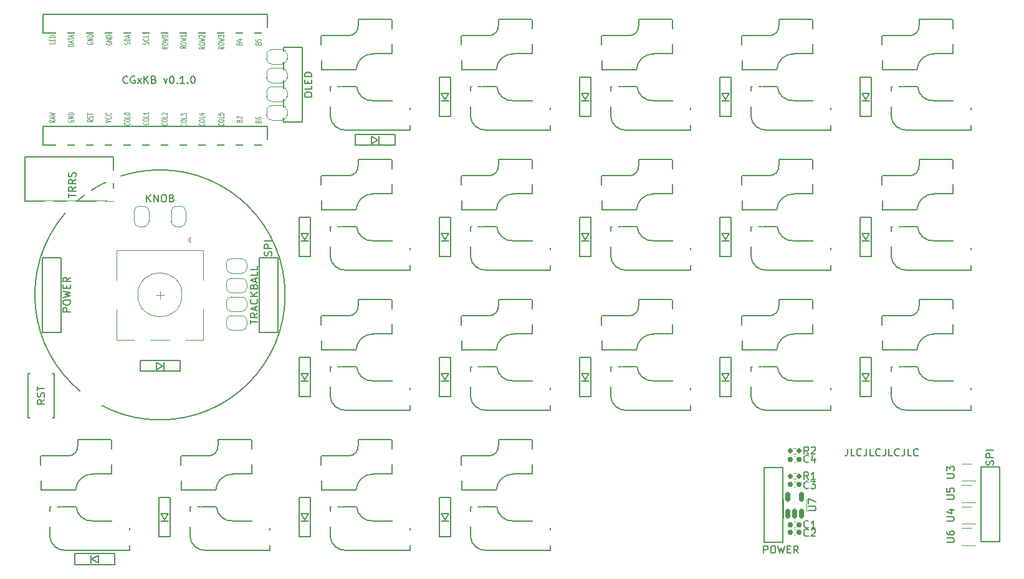
<source format=gto>
G04 #@! TF.GenerationSoftware,KiCad,Pcbnew,(6.0.10)*
G04 #@! TF.CreationDate,2023-03-05T22:21:07-08:00*
G04 #@! TF.ProjectId,tsbym,74736279-6d2e-46b6-9963-61645f706362,rev?*
G04 #@! TF.SameCoordinates,Original*
G04 #@! TF.FileFunction,Legend,Top*
G04 #@! TF.FilePolarity,Positive*
%FSLAX46Y46*%
G04 Gerber Fmt 4.6, Leading zero omitted, Abs format (unit mm)*
G04 Created by KiCad (PCBNEW (6.0.10)) date 2023-03-05 22:21:07*
%MOMM*%
%LPD*%
G01*
G04 APERTURE LIST*
G04 Aperture macros list*
%AMRoundRect*
0 Rectangle with rounded corners*
0 $1 Rounding radius*
0 $2 $3 $4 $5 $6 $7 $8 $9 X,Y pos of 4 corners*
0 Add a 4 corners polygon primitive as box body*
4,1,4,$2,$3,$4,$5,$6,$7,$8,$9,$2,$3,0*
0 Add four circle primitives for the rounded corners*
1,1,$1+$1,$2,$3*
1,1,$1+$1,$4,$5*
1,1,$1+$1,$6,$7*
1,1,$1+$1,$8,$9*
0 Add four rect primitives between the rounded corners*
20,1,$1+$1,$2,$3,$4,$5,0*
20,1,$1+$1,$4,$5,$6,$7,0*
20,1,$1+$1,$6,$7,$8,$9,0*
20,1,$1+$1,$8,$9,$2,$3,0*%
%AMFreePoly0*
4,1,22,0.500000,-0.750000,0.000000,-0.750000,0.000000,-0.745033,-0.079941,-0.743568,-0.215256,-0.701293,-0.333266,-0.622738,-0.424486,-0.514219,-0.481581,-0.384460,-0.499164,-0.250000,-0.500000,-0.250000,-0.500000,0.250000,-0.499164,0.250000,-0.499963,0.256109,-0.478152,0.396186,-0.417904,0.524511,-0.324060,0.630769,-0.204165,0.706417,-0.067858,0.745374,0.000000,0.744959,0.000000,0.750000,
0.500000,0.750000,0.500000,-0.750000,0.500000,-0.750000,$1*%
%AMFreePoly1*
4,1,20,0.000000,0.744959,0.073905,0.744508,0.209726,0.703889,0.328688,0.626782,0.421226,0.519385,0.479903,0.390333,0.500000,0.250000,0.500000,-0.250000,0.499851,-0.262216,0.476331,-0.402017,0.414519,-0.529596,0.319384,-0.634700,0.198574,-0.708877,0.061801,-0.746166,0.000000,-0.745033,0.000000,-0.750000,-0.500000,-0.750000,-0.500000,0.750000,0.000000,0.750000,0.000000,0.744959,
0.000000,0.744959,$1*%
G04 Aperture macros list end*
%ADD10C,0.150000*%
%ADD11C,0.125000*%
%ADD12C,0.120000*%
%ADD13R,1.397000X1.397000*%
%ADD14C,1.397000*%
%ADD15C,1.524000*%
%ADD16C,1.200000*%
%ADD17O,2.500000X1.700000*%
%ADD18C,2.000000*%
%ADD19RoundRect,0.155000X-0.212500X-0.155000X0.212500X-0.155000X0.212500X0.155000X-0.212500X0.155000X0*%
%ADD20R,0.950000X1.300000*%
%ADD21C,4.100000*%
%ADD22C,3.000000*%
%ADD23C,1.700000*%
%ADD24C,1.900000*%
%ADD25R,2.000000X2.000000*%
%ADD26R,1.800000X2.000000*%
%ADD27R,0.650000X0.400000*%
%ADD28FreePoly0,180.000000*%
%ADD29FreePoly1,180.000000*%
%ADD30R,2.000000X3.200000*%
%ADD31FreePoly0,90.000000*%
%ADD32FreePoly1,90.000000*%
%ADD33R,1.300000X0.950000*%
%ADD34RoundRect,0.150000X0.150000X-0.512500X0.150000X0.512500X-0.150000X0.512500X-0.150000X-0.512500X0*%
%ADD35R,1.200000X1.200000*%
%ADD36C,4.300000*%
%ADD37RoundRect,0.160000X-0.197500X-0.160000X0.197500X-0.160000X0.197500X0.160000X-0.197500X0.160000X0*%
%ADD38C,0.300000*%
%ADD39RoundRect,0.160000X0.197500X0.160000X-0.197500X0.160000X-0.197500X-0.160000X0.197500X-0.160000X0*%
%ADD40C,0.500000*%
%ADD41C,4.000000*%
%ADD42RoundRect,0.155000X0.212500X0.155000X-0.212500X0.155000X-0.212500X-0.155000X0.212500X-0.155000X0*%
G04 APERTURE END LIST*
D10*
X77960000Y-85090000D02*
G75*
G03*
X77960000Y-85090000I-17000000J0D01*
G01*
X56571095Y-56237142D02*
X56523476Y-56284761D01*
X56380619Y-56332380D01*
X56285380Y-56332380D01*
X56142523Y-56284761D01*
X56047285Y-56189523D01*
X55999666Y-56094285D01*
X55952047Y-55903809D01*
X55952047Y-55760952D01*
X55999666Y-55570476D01*
X56047285Y-55475238D01*
X56142523Y-55380000D01*
X56285380Y-55332380D01*
X56380619Y-55332380D01*
X56523476Y-55380000D01*
X56571095Y-55427619D01*
X57523476Y-55380000D02*
X57428238Y-55332380D01*
X57285380Y-55332380D01*
X57142523Y-55380000D01*
X57047285Y-55475238D01*
X56999666Y-55570476D01*
X56952047Y-55760952D01*
X56952047Y-55903809D01*
X56999666Y-56094285D01*
X57047285Y-56189523D01*
X57142523Y-56284761D01*
X57285380Y-56332380D01*
X57380619Y-56332380D01*
X57523476Y-56284761D01*
X57571095Y-56237142D01*
X57571095Y-55903809D01*
X57380619Y-55903809D01*
X57904428Y-56332380D02*
X58428238Y-55665714D01*
X57904428Y-55665714D02*
X58428238Y-56332380D01*
X58809190Y-56332380D02*
X58809190Y-55332380D01*
X59380619Y-56332380D02*
X58952047Y-55760952D01*
X59380619Y-55332380D02*
X58809190Y-55903809D01*
X60142523Y-55808571D02*
X60285380Y-55856190D01*
X60333000Y-55903809D01*
X60380619Y-55999047D01*
X60380619Y-56141904D01*
X60333000Y-56237142D01*
X60285380Y-56284761D01*
X60190142Y-56332380D01*
X59809190Y-56332380D01*
X59809190Y-55332380D01*
X60142523Y-55332380D01*
X60237761Y-55380000D01*
X60285380Y-55427619D01*
X60333000Y-55522857D01*
X60333000Y-55618095D01*
X60285380Y-55713333D01*
X60237761Y-55760952D01*
X60142523Y-55808571D01*
X59809190Y-55808571D01*
X61475857Y-55665714D02*
X61713952Y-56332380D01*
X61952047Y-55665714D01*
X62523476Y-55332380D02*
X62618714Y-55332380D01*
X62713952Y-55380000D01*
X62761571Y-55427619D01*
X62809190Y-55522857D01*
X62856809Y-55713333D01*
X62856809Y-55951428D01*
X62809190Y-56141904D01*
X62761571Y-56237142D01*
X62713952Y-56284761D01*
X62618714Y-56332380D01*
X62523476Y-56332380D01*
X62428238Y-56284761D01*
X62380619Y-56237142D01*
X62333000Y-56141904D01*
X62285380Y-55951428D01*
X62285380Y-55713333D01*
X62333000Y-55522857D01*
X62380619Y-55427619D01*
X62428238Y-55380000D01*
X62523476Y-55332380D01*
X63285380Y-56237142D02*
X63333000Y-56284761D01*
X63285380Y-56332380D01*
X63237761Y-56284761D01*
X63285380Y-56237142D01*
X63285380Y-56332380D01*
X64285380Y-56332380D02*
X63713952Y-56332380D01*
X63999666Y-56332380D02*
X63999666Y-55332380D01*
X63904428Y-55475238D01*
X63809190Y-55570476D01*
X63713952Y-55618095D01*
X64713952Y-56237142D02*
X64761571Y-56284761D01*
X64713952Y-56332380D01*
X64666333Y-56284761D01*
X64713952Y-56237142D01*
X64713952Y-56332380D01*
X65380619Y-55332380D02*
X65475857Y-55332380D01*
X65571095Y-55380000D01*
X65618714Y-55427619D01*
X65666333Y-55522857D01*
X65713952Y-55713333D01*
X65713952Y-55951428D01*
X65666333Y-56141904D01*
X65618714Y-56237142D01*
X65571095Y-56284761D01*
X65475857Y-56332380D01*
X65380619Y-56332380D01*
X65285380Y-56284761D01*
X65237761Y-56237142D01*
X65190142Y-56141904D01*
X65142523Y-55951428D01*
X65142523Y-55713333D01*
X65190142Y-55522857D01*
X65237761Y-55427619D01*
X65285380Y-55380000D01*
X65380619Y-55332380D01*
X73239380Y-89042380D02*
X73239380Y-88470952D01*
X74239380Y-88756666D02*
X73239380Y-88756666D01*
X74239380Y-87566190D02*
X73763190Y-87899523D01*
X74239380Y-88137619D02*
X73239380Y-88137619D01*
X73239380Y-87756666D01*
X73287000Y-87661428D01*
X73334619Y-87613809D01*
X73429857Y-87566190D01*
X73572714Y-87566190D01*
X73667952Y-87613809D01*
X73715571Y-87661428D01*
X73763190Y-87756666D01*
X73763190Y-88137619D01*
X73953666Y-87185238D02*
X73953666Y-86709047D01*
X74239380Y-87280476D02*
X73239380Y-86947142D01*
X74239380Y-86613809D01*
X74144142Y-85709047D02*
X74191761Y-85756666D01*
X74239380Y-85899523D01*
X74239380Y-85994761D01*
X74191761Y-86137619D01*
X74096523Y-86232857D01*
X74001285Y-86280476D01*
X73810809Y-86328095D01*
X73667952Y-86328095D01*
X73477476Y-86280476D01*
X73382238Y-86232857D01*
X73287000Y-86137619D01*
X73239380Y-85994761D01*
X73239380Y-85899523D01*
X73287000Y-85756666D01*
X73334619Y-85709047D01*
X74239380Y-85280476D02*
X73239380Y-85280476D01*
X74239380Y-84709047D02*
X73667952Y-85137619D01*
X73239380Y-84709047D02*
X73810809Y-85280476D01*
X73715571Y-83947142D02*
X73763190Y-83804285D01*
X73810809Y-83756666D01*
X73906047Y-83709047D01*
X74048904Y-83709047D01*
X74144142Y-83756666D01*
X74191761Y-83804285D01*
X74239380Y-83899523D01*
X74239380Y-84280476D01*
X73239380Y-84280476D01*
X73239380Y-83947142D01*
X73287000Y-83851904D01*
X73334619Y-83804285D01*
X73429857Y-83756666D01*
X73525095Y-83756666D01*
X73620333Y-83804285D01*
X73667952Y-83851904D01*
X73715571Y-83947142D01*
X73715571Y-84280476D01*
X73953666Y-83328095D02*
X73953666Y-82851904D01*
X74239380Y-83423333D02*
X73239380Y-83090000D01*
X74239380Y-82756666D01*
X74239380Y-81947142D02*
X74239380Y-82423333D01*
X73239380Y-82423333D01*
X74239380Y-81137619D02*
X74239380Y-81613809D01*
X73239380Y-81613809D01*
X59150476Y-72461380D02*
X59150476Y-71461380D01*
X59721904Y-72461380D02*
X59293333Y-71889952D01*
X59721904Y-71461380D02*
X59150476Y-72032809D01*
X60150476Y-72461380D02*
X60150476Y-71461380D01*
X60721904Y-72461380D01*
X60721904Y-71461380D01*
X61388571Y-71461380D02*
X61579047Y-71461380D01*
X61674285Y-71509000D01*
X61769523Y-71604238D01*
X61817142Y-71794714D01*
X61817142Y-72128047D01*
X61769523Y-72318523D01*
X61674285Y-72413761D01*
X61579047Y-72461380D01*
X61388571Y-72461380D01*
X61293333Y-72413761D01*
X61198095Y-72318523D01*
X61150476Y-72128047D01*
X61150476Y-71794714D01*
X61198095Y-71604238D01*
X61293333Y-71509000D01*
X61388571Y-71461380D01*
X62579047Y-71937571D02*
X62721904Y-71985190D01*
X62769523Y-72032809D01*
X62817142Y-72128047D01*
X62817142Y-72270904D01*
X62769523Y-72366142D01*
X62721904Y-72413761D01*
X62626666Y-72461380D01*
X62245714Y-72461380D01*
X62245714Y-71461380D01*
X62579047Y-71461380D01*
X62674285Y-71509000D01*
X62721904Y-71556619D01*
X62769523Y-71651857D01*
X62769523Y-71747095D01*
X62721904Y-71842333D01*
X62674285Y-71889952D01*
X62579047Y-71937571D01*
X62245714Y-71937571D01*
X154384952Y-106005380D02*
X154384952Y-106719666D01*
X154337333Y-106862523D01*
X154242095Y-106957761D01*
X154099238Y-107005380D01*
X154004000Y-107005380D01*
X155337333Y-107005380D02*
X154861142Y-107005380D01*
X154861142Y-106005380D01*
X156242095Y-106910142D02*
X156194476Y-106957761D01*
X156051619Y-107005380D01*
X155956380Y-107005380D01*
X155813523Y-106957761D01*
X155718285Y-106862523D01*
X155670666Y-106767285D01*
X155623047Y-106576809D01*
X155623047Y-106433952D01*
X155670666Y-106243476D01*
X155718285Y-106148238D01*
X155813523Y-106053000D01*
X155956380Y-106005380D01*
X156051619Y-106005380D01*
X156194476Y-106053000D01*
X156242095Y-106100619D01*
X156956380Y-106005380D02*
X156956380Y-106719666D01*
X156908761Y-106862523D01*
X156813523Y-106957761D01*
X156670666Y-107005380D01*
X156575428Y-107005380D01*
X157908761Y-107005380D02*
X157432571Y-107005380D01*
X157432571Y-106005380D01*
X158813523Y-106910142D02*
X158765904Y-106957761D01*
X158623047Y-107005380D01*
X158527809Y-107005380D01*
X158384952Y-106957761D01*
X158289714Y-106862523D01*
X158242095Y-106767285D01*
X158194476Y-106576809D01*
X158194476Y-106433952D01*
X158242095Y-106243476D01*
X158289714Y-106148238D01*
X158384952Y-106053000D01*
X158527809Y-106005380D01*
X158623047Y-106005380D01*
X158765904Y-106053000D01*
X158813523Y-106100619D01*
X159527809Y-106005380D02*
X159527809Y-106719666D01*
X159480190Y-106862523D01*
X159384952Y-106957761D01*
X159242095Y-107005380D01*
X159146857Y-107005380D01*
X160480190Y-107005380D02*
X160004000Y-107005380D01*
X160004000Y-106005380D01*
X161384952Y-106910142D02*
X161337333Y-106957761D01*
X161194476Y-107005380D01*
X161099238Y-107005380D01*
X160956380Y-106957761D01*
X160861142Y-106862523D01*
X160813523Y-106767285D01*
X160765904Y-106576809D01*
X160765904Y-106433952D01*
X160813523Y-106243476D01*
X160861142Y-106148238D01*
X160956380Y-106053000D01*
X161099238Y-106005380D01*
X161194476Y-106005380D01*
X161337333Y-106053000D01*
X161384952Y-106100619D01*
X162099238Y-106005380D02*
X162099238Y-106719666D01*
X162051619Y-106862523D01*
X161956380Y-106957761D01*
X161813523Y-107005380D01*
X161718285Y-107005380D01*
X163051619Y-107005380D02*
X162575428Y-107005380D01*
X162575428Y-106005380D01*
X163956380Y-106910142D02*
X163908761Y-106957761D01*
X163765904Y-107005380D01*
X163670666Y-107005380D01*
X163527809Y-106957761D01*
X163432571Y-106862523D01*
X163384952Y-106767285D01*
X163337333Y-106576809D01*
X163337333Y-106433952D01*
X163384952Y-106243476D01*
X163432571Y-106148238D01*
X163527809Y-106053000D01*
X163670666Y-106005380D01*
X163765904Y-106005380D01*
X163908761Y-106053000D01*
X163956380Y-106100619D01*
X149058333Y-117832142D02*
X149010714Y-117879761D01*
X148867857Y-117927380D01*
X148772619Y-117927380D01*
X148629761Y-117879761D01*
X148534523Y-117784523D01*
X148486904Y-117689285D01*
X148439285Y-117498809D01*
X148439285Y-117355952D01*
X148486904Y-117165476D01*
X148534523Y-117070238D01*
X148629761Y-116975000D01*
X148772619Y-116927380D01*
X148867857Y-116927380D01*
X149010714Y-116975000D01*
X149058333Y-117022619D01*
X149439285Y-117022619D02*
X149486904Y-116975000D01*
X149582142Y-116927380D01*
X149820238Y-116927380D01*
X149915476Y-116975000D01*
X149963095Y-117022619D01*
X150010714Y-117117857D01*
X150010714Y-117213095D01*
X149963095Y-117355952D01*
X149391666Y-117927380D01*
X150010714Y-117927380D01*
X80605380Y-57977380D02*
X80605380Y-57786904D01*
X80653000Y-57691666D01*
X80748238Y-57596428D01*
X80938714Y-57548809D01*
X81272047Y-57548809D01*
X81462523Y-57596428D01*
X81557761Y-57691666D01*
X81605380Y-57786904D01*
X81605380Y-57977380D01*
X81557761Y-58072619D01*
X81462523Y-58167857D01*
X81272047Y-58215476D01*
X80938714Y-58215476D01*
X80748238Y-58167857D01*
X80653000Y-58072619D01*
X80605380Y-57977380D01*
X81605380Y-56644047D02*
X81605380Y-57120238D01*
X80605380Y-57120238D01*
X81081571Y-56310714D02*
X81081571Y-55977380D01*
X81605380Y-55834523D02*
X81605380Y-56310714D01*
X80605380Y-56310714D01*
X80605380Y-55834523D01*
X81605380Y-55405952D02*
X80605380Y-55405952D01*
X80605380Y-55167857D01*
X80653000Y-55025000D01*
X80748238Y-54929761D01*
X80843476Y-54882142D01*
X81033952Y-54834523D01*
X81176809Y-54834523D01*
X81367285Y-54882142D01*
X81462523Y-54929761D01*
X81557761Y-55025000D01*
X81605380Y-55167857D01*
X81605380Y-55405952D01*
X76096761Y-79763809D02*
X76144380Y-79620952D01*
X76144380Y-79382857D01*
X76096761Y-79287619D01*
X76049142Y-79240000D01*
X75953904Y-79192380D01*
X75858666Y-79192380D01*
X75763428Y-79240000D01*
X75715809Y-79287619D01*
X75668190Y-79382857D01*
X75620571Y-79573333D01*
X75572952Y-79668571D01*
X75525333Y-79716190D01*
X75430095Y-79763809D01*
X75334857Y-79763809D01*
X75239619Y-79716190D01*
X75192000Y-79668571D01*
X75144380Y-79573333D01*
X75144380Y-79335238D01*
X75192000Y-79192380D01*
X76144380Y-78763809D02*
X75144380Y-78763809D01*
X75144380Y-78382857D01*
X75192000Y-78287619D01*
X75239619Y-78240000D01*
X75334857Y-78192380D01*
X75477714Y-78192380D01*
X75572952Y-78240000D01*
X75620571Y-78287619D01*
X75668190Y-78382857D01*
X75668190Y-78763809D01*
X76144380Y-77763809D02*
X75144380Y-77763809D01*
X167854380Y-112902904D02*
X168663904Y-112902904D01*
X168759142Y-112855285D01*
X168806761Y-112807666D01*
X168854380Y-112712428D01*
X168854380Y-112521952D01*
X168806761Y-112426714D01*
X168759142Y-112379095D01*
X168663904Y-112331476D01*
X167854380Y-112331476D01*
X167854380Y-111379095D02*
X167854380Y-111855285D01*
X168330571Y-111902904D01*
X168282952Y-111855285D01*
X168235333Y-111760047D01*
X168235333Y-111521952D01*
X168282952Y-111426714D01*
X168330571Y-111379095D01*
X168425809Y-111331476D01*
X168663904Y-111331476D01*
X168759142Y-111379095D01*
X168806761Y-111426714D01*
X168854380Y-111521952D01*
X168854380Y-111760047D01*
X168806761Y-111855285D01*
X168759142Y-111902904D01*
D11*
X53663500Y-50799952D02*
X53627785Y-50847571D01*
X53627785Y-50919000D01*
X53663500Y-50990428D01*
X53734928Y-51038047D01*
X53806357Y-51061857D01*
X53949214Y-51085666D01*
X54056357Y-51085666D01*
X54199214Y-51061857D01*
X54270642Y-51038047D01*
X54342071Y-50990428D01*
X54377785Y-50919000D01*
X54377785Y-50871380D01*
X54342071Y-50799952D01*
X54306357Y-50776142D01*
X54056357Y-50776142D01*
X54056357Y-50871380D01*
X54377785Y-50561857D02*
X53627785Y-50561857D01*
X54377785Y-50276142D01*
X53627785Y-50276142D01*
X54377785Y-50038047D02*
X53627785Y-50038047D01*
X53627785Y-49919000D01*
X53663500Y-49847571D01*
X53734928Y-49799952D01*
X53806357Y-49776142D01*
X53949214Y-49752333D01*
X54056357Y-49752333D01*
X54199214Y-49776142D01*
X54270642Y-49799952D01*
X54342071Y-49847571D01*
X54377785Y-49919000D01*
X54377785Y-50038047D01*
X64474285Y-51260952D02*
X64117142Y-51427619D01*
X64474285Y-51546666D02*
X63724285Y-51546666D01*
X63724285Y-51356190D01*
X63760000Y-51308571D01*
X63795714Y-51284761D01*
X63867142Y-51260952D01*
X63974285Y-51260952D01*
X64045714Y-51284761D01*
X64081428Y-51308571D01*
X64117142Y-51356190D01*
X64117142Y-51546666D01*
X63724285Y-50951428D02*
X63724285Y-50856190D01*
X63760000Y-50808571D01*
X63831428Y-50760952D01*
X63974285Y-50737142D01*
X64224285Y-50737142D01*
X64367142Y-50760952D01*
X64438571Y-50808571D01*
X64474285Y-50856190D01*
X64474285Y-50951428D01*
X64438571Y-50999047D01*
X64367142Y-51046666D01*
X64224285Y-51070476D01*
X63974285Y-51070476D01*
X63831428Y-51046666D01*
X63760000Y-50999047D01*
X63724285Y-50951428D01*
X63724285Y-50570476D02*
X64474285Y-50451428D01*
X63938571Y-50356190D01*
X64474285Y-50260952D01*
X63724285Y-50141904D01*
X64474285Y-49689523D02*
X64474285Y-49975238D01*
X64474285Y-49832380D02*
X63724285Y-49832380D01*
X63831428Y-49880000D01*
X63902857Y-49927619D01*
X63938571Y-49975238D01*
X59322857Y-61642119D02*
X59358571Y-61665928D01*
X59394285Y-61737357D01*
X59394285Y-61784976D01*
X59358571Y-61856404D01*
X59287142Y-61904023D01*
X59215714Y-61927833D01*
X59072857Y-61951642D01*
X58965714Y-61951642D01*
X58822857Y-61927833D01*
X58751428Y-61904023D01*
X58680000Y-61856404D01*
X58644285Y-61784976D01*
X58644285Y-61737357D01*
X58680000Y-61665928D01*
X58715714Y-61642119D01*
X58644285Y-61332595D02*
X58644285Y-61237357D01*
X58680000Y-61189738D01*
X58751428Y-61142119D01*
X58894285Y-61118309D01*
X59144285Y-61118309D01*
X59287142Y-61142119D01*
X59358571Y-61189738D01*
X59394285Y-61237357D01*
X59394285Y-61332595D01*
X59358571Y-61380214D01*
X59287142Y-61427833D01*
X59144285Y-61451642D01*
X58894285Y-61451642D01*
X58751428Y-61427833D01*
X58680000Y-61380214D01*
X58644285Y-61332595D01*
X59394285Y-60665928D02*
X59394285Y-60904023D01*
X58644285Y-60904023D01*
X59394285Y-60237357D02*
X59394285Y-60523071D01*
X59394285Y-60380214D02*
X58644285Y-60380214D01*
X58751428Y-60427833D01*
X58822857Y-60475452D01*
X58858571Y-60523071D01*
X56818571Y-51026142D02*
X56854285Y-50954714D01*
X56854285Y-50835666D01*
X56818571Y-50788047D01*
X56782857Y-50764238D01*
X56711428Y-50740428D01*
X56640000Y-50740428D01*
X56568571Y-50764238D01*
X56532857Y-50788047D01*
X56497142Y-50835666D01*
X56461428Y-50930904D01*
X56425714Y-50978523D01*
X56390000Y-51002333D01*
X56318571Y-51026142D01*
X56247142Y-51026142D01*
X56175714Y-51002333D01*
X56140000Y-50978523D01*
X56104285Y-50930904D01*
X56104285Y-50811857D01*
X56140000Y-50740428D01*
X56854285Y-50526142D02*
X56104285Y-50526142D01*
X56104285Y-50407095D01*
X56140000Y-50335666D01*
X56211428Y-50288047D01*
X56282857Y-50264238D01*
X56425714Y-50240428D01*
X56532857Y-50240428D01*
X56675714Y-50264238D01*
X56747142Y-50288047D01*
X56818571Y-50335666D01*
X56854285Y-50407095D01*
X56854285Y-50526142D01*
X56640000Y-50049952D02*
X56640000Y-49811857D01*
X56854285Y-50097571D02*
X56104285Y-49930904D01*
X56854285Y-49764238D01*
X69546357Y-61742119D02*
X69582071Y-61765928D01*
X69617785Y-61837357D01*
X69617785Y-61884976D01*
X69582071Y-61956404D01*
X69510642Y-62004023D01*
X69439214Y-62027833D01*
X69296357Y-62051642D01*
X69189214Y-62051642D01*
X69046357Y-62027833D01*
X68974928Y-62004023D01*
X68903500Y-61956404D01*
X68867785Y-61884976D01*
X68867785Y-61837357D01*
X68903500Y-61765928D01*
X68939214Y-61742119D01*
X68867785Y-61432595D02*
X68867785Y-61337357D01*
X68903500Y-61289738D01*
X68974928Y-61242119D01*
X69117785Y-61218309D01*
X69367785Y-61218309D01*
X69510642Y-61242119D01*
X69582071Y-61289738D01*
X69617785Y-61337357D01*
X69617785Y-61432595D01*
X69582071Y-61480214D01*
X69510642Y-61527833D01*
X69367785Y-61551642D01*
X69117785Y-61551642D01*
X68974928Y-61527833D01*
X68903500Y-61480214D01*
X68867785Y-61432595D01*
X69617785Y-60765928D02*
X69617785Y-61004023D01*
X68867785Y-61004023D01*
X68867785Y-60361166D02*
X68867785Y-60599261D01*
X69224928Y-60623071D01*
X69189214Y-60599261D01*
X69153500Y-60551642D01*
X69153500Y-60432595D01*
X69189214Y-60384976D01*
X69224928Y-60361166D01*
X69296357Y-60337357D01*
X69474928Y-60337357D01*
X69546357Y-60361166D01*
X69582071Y-60384976D01*
X69617785Y-60432595D01*
X69617785Y-60551642D01*
X69582071Y-60599261D01*
X69546357Y-60623071D01*
X71701428Y-50882380D02*
X71737142Y-50810952D01*
X71772857Y-50787142D01*
X71844285Y-50763333D01*
X71951428Y-50763333D01*
X72022857Y-50787142D01*
X72058571Y-50810952D01*
X72094285Y-50858571D01*
X72094285Y-51049047D01*
X71344285Y-51049047D01*
X71344285Y-50882380D01*
X71380000Y-50834761D01*
X71415714Y-50810952D01*
X71487142Y-50787142D01*
X71558571Y-50787142D01*
X71630000Y-50810952D01*
X71665714Y-50834761D01*
X71701428Y-50882380D01*
X71701428Y-51049047D01*
X71594285Y-50334761D02*
X72094285Y-50334761D01*
X71308571Y-50453809D02*
X71844285Y-50572857D01*
X71844285Y-50263333D01*
X46694285Y-50701428D02*
X46694285Y-50939523D01*
X45944285Y-50939523D01*
X46301428Y-50534761D02*
X46301428Y-50368095D01*
X46694285Y-50296666D02*
X46694285Y-50534761D01*
X45944285Y-50534761D01*
X45944285Y-50296666D01*
X46694285Y-50082380D02*
X45944285Y-50082380D01*
X45944285Y-49963333D01*
X45980000Y-49891904D01*
X46051428Y-49844285D01*
X46122857Y-49820476D01*
X46265714Y-49796666D01*
X46372857Y-49796666D01*
X46515714Y-49820476D01*
X46587142Y-49844285D01*
X46658571Y-49891904D01*
X46694285Y-49963333D01*
X46694285Y-50082380D01*
X49222285Y-51280000D02*
X48472285Y-51280000D01*
X48472285Y-51160952D01*
X48508000Y-51089523D01*
X48579428Y-51041904D01*
X48650857Y-51018095D01*
X48793714Y-50994285D01*
X48900857Y-50994285D01*
X49043714Y-51018095D01*
X49115142Y-51041904D01*
X49186571Y-51089523D01*
X49222285Y-51160952D01*
X49222285Y-51280000D01*
X49008000Y-50803809D02*
X49008000Y-50565714D01*
X49222285Y-50851428D02*
X48472285Y-50684761D01*
X49222285Y-50518095D01*
X48472285Y-50422857D02*
X48472285Y-50137142D01*
X49222285Y-50280000D02*
X48472285Y-50280000D01*
X49008000Y-49994285D02*
X49008000Y-49756190D01*
X49222285Y-50041904D02*
X48472285Y-49875238D01*
X49222285Y-49708571D01*
D10*
D11*
X64450857Y-61792119D02*
X64486571Y-61815928D01*
X64522285Y-61887357D01*
X64522285Y-61934976D01*
X64486571Y-62006404D01*
X64415142Y-62054023D01*
X64343714Y-62077833D01*
X64200857Y-62101642D01*
X64093714Y-62101642D01*
X63950857Y-62077833D01*
X63879428Y-62054023D01*
X63808000Y-62006404D01*
X63772285Y-61934976D01*
X63772285Y-61887357D01*
X63808000Y-61815928D01*
X63843714Y-61792119D01*
X63772285Y-61482595D02*
X63772285Y-61387357D01*
X63808000Y-61339738D01*
X63879428Y-61292119D01*
X64022285Y-61268309D01*
X64272285Y-61268309D01*
X64415142Y-61292119D01*
X64486571Y-61339738D01*
X64522285Y-61387357D01*
X64522285Y-61482595D01*
X64486571Y-61530214D01*
X64415142Y-61577833D01*
X64272285Y-61601642D01*
X64022285Y-61601642D01*
X63879428Y-61577833D01*
X63808000Y-61530214D01*
X63772285Y-61482595D01*
X64522285Y-60815928D02*
X64522285Y-61054023D01*
X63772285Y-61054023D01*
X63772285Y-60696880D02*
X63772285Y-60387357D01*
X64058000Y-60554023D01*
X64058000Y-60482595D01*
X64093714Y-60434976D01*
X64129428Y-60411166D01*
X64200857Y-60387357D01*
X64379428Y-60387357D01*
X64450857Y-60411166D01*
X64486571Y-60434976D01*
X64522285Y-60482595D01*
X64522285Y-60625452D01*
X64486571Y-60673071D01*
X64450857Y-60696880D01*
X67022285Y-51310952D02*
X66665142Y-51477619D01*
X67022285Y-51596666D02*
X66272285Y-51596666D01*
X66272285Y-51406190D01*
X66308000Y-51358571D01*
X66343714Y-51334761D01*
X66415142Y-51310952D01*
X66522285Y-51310952D01*
X66593714Y-51334761D01*
X66629428Y-51358571D01*
X66665142Y-51406190D01*
X66665142Y-51596666D01*
X66272285Y-51001428D02*
X66272285Y-50906190D01*
X66308000Y-50858571D01*
X66379428Y-50810952D01*
X66522285Y-50787142D01*
X66772285Y-50787142D01*
X66915142Y-50810952D01*
X66986571Y-50858571D01*
X67022285Y-50906190D01*
X67022285Y-51001428D01*
X66986571Y-51049047D01*
X66915142Y-51096666D01*
X66772285Y-51120476D01*
X66522285Y-51120476D01*
X66379428Y-51096666D01*
X66308000Y-51049047D01*
X66272285Y-51001428D01*
X66272285Y-50620476D02*
X67022285Y-50501428D01*
X66486571Y-50406190D01*
X67022285Y-50310952D01*
X66272285Y-50191904D01*
X66343714Y-50025238D02*
X66308000Y-50001428D01*
X66272285Y-49953809D01*
X66272285Y-49834761D01*
X66308000Y-49787142D01*
X66343714Y-49763333D01*
X66415142Y-49739523D01*
X66486571Y-49739523D01*
X66593714Y-49763333D01*
X67022285Y-50049047D01*
X67022285Y-49739523D01*
X69617785Y-51310952D02*
X69260642Y-51477619D01*
X69617785Y-51596666D02*
X68867785Y-51596666D01*
X68867785Y-51406190D01*
X68903500Y-51358571D01*
X68939214Y-51334761D01*
X69010642Y-51310952D01*
X69117785Y-51310952D01*
X69189214Y-51334761D01*
X69224928Y-51358571D01*
X69260642Y-51406190D01*
X69260642Y-51596666D01*
X68867785Y-51001428D02*
X68867785Y-50906190D01*
X68903500Y-50858571D01*
X68974928Y-50810952D01*
X69117785Y-50787142D01*
X69367785Y-50787142D01*
X69510642Y-50810952D01*
X69582071Y-50858571D01*
X69617785Y-50906190D01*
X69617785Y-51001428D01*
X69582071Y-51049047D01*
X69510642Y-51096666D01*
X69367785Y-51120476D01*
X69117785Y-51120476D01*
X68974928Y-51096666D01*
X68903500Y-51049047D01*
X68867785Y-51001428D01*
X68867785Y-50620476D02*
X69617785Y-50501428D01*
X69082071Y-50406190D01*
X69617785Y-50310952D01*
X68867785Y-50191904D01*
X68867785Y-50049047D02*
X68867785Y-49739523D01*
X69153500Y-49906190D01*
X69153500Y-49834761D01*
X69189214Y-49787142D01*
X69224928Y-49763333D01*
X69296357Y-49739523D01*
X69474928Y-49739523D01*
X69546357Y-49763333D01*
X69582071Y-49787142D01*
X69617785Y-49834761D01*
X69617785Y-49977619D01*
X69582071Y-50025238D01*
X69546357Y-50049047D01*
X48520000Y-61340952D02*
X48484285Y-61388571D01*
X48484285Y-61460000D01*
X48520000Y-61531428D01*
X48591428Y-61579047D01*
X48662857Y-61602857D01*
X48805714Y-61626666D01*
X48912857Y-61626666D01*
X49055714Y-61602857D01*
X49127142Y-61579047D01*
X49198571Y-61531428D01*
X49234285Y-61460000D01*
X49234285Y-61412380D01*
X49198571Y-61340952D01*
X49162857Y-61317142D01*
X48912857Y-61317142D01*
X48912857Y-61412380D01*
X49234285Y-61102857D02*
X48484285Y-61102857D01*
X49234285Y-60817142D01*
X48484285Y-60817142D01*
X49234285Y-60579047D02*
X48484285Y-60579047D01*
X48484285Y-60460000D01*
X48520000Y-60388571D01*
X48591428Y-60340952D01*
X48662857Y-60317142D01*
X48805714Y-60293333D01*
X48912857Y-60293333D01*
X49055714Y-60317142D01*
X49127142Y-60340952D01*
X49198571Y-60388571D01*
X49234285Y-60460000D01*
X49234285Y-60579047D01*
X74304928Y-50882380D02*
X74340642Y-50810952D01*
X74376357Y-50787142D01*
X74447785Y-50763333D01*
X74554928Y-50763333D01*
X74626357Y-50787142D01*
X74662071Y-50810952D01*
X74697785Y-50858571D01*
X74697785Y-51049047D01*
X73947785Y-51049047D01*
X73947785Y-50882380D01*
X73983500Y-50834761D01*
X74019214Y-50810952D01*
X74090642Y-50787142D01*
X74162071Y-50787142D01*
X74233500Y-50810952D01*
X74269214Y-50834761D01*
X74304928Y-50882380D01*
X74304928Y-51049047D01*
X73947785Y-50310952D02*
X73947785Y-50549047D01*
X74304928Y-50572857D01*
X74269214Y-50549047D01*
X74233500Y-50501428D01*
X74233500Y-50382380D01*
X74269214Y-50334761D01*
X74304928Y-50310952D01*
X74376357Y-50287142D01*
X74554928Y-50287142D01*
X74626357Y-50310952D01*
X74662071Y-50334761D01*
X74697785Y-50382380D01*
X74697785Y-50501428D01*
X74662071Y-50549047D01*
X74626357Y-50572857D01*
X61972285Y-51310952D02*
X61615142Y-51477619D01*
X61972285Y-51596666D02*
X61222285Y-51596666D01*
X61222285Y-51406190D01*
X61258000Y-51358571D01*
X61293714Y-51334761D01*
X61365142Y-51310952D01*
X61472285Y-51310952D01*
X61543714Y-51334761D01*
X61579428Y-51358571D01*
X61615142Y-51406190D01*
X61615142Y-51596666D01*
X61222285Y-51001428D02*
X61222285Y-50906190D01*
X61258000Y-50858571D01*
X61329428Y-50810952D01*
X61472285Y-50787142D01*
X61722285Y-50787142D01*
X61865142Y-50810952D01*
X61936571Y-50858571D01*
X61972285Y-50906190D01*
X61972285Y-51001428D01*
X61936571Y-51049047D01*
X61865142Y-51096666D01*
X61722285Y-51120476D01*
X61472285Y-51120476D01*
X61329428Y-51096666D01*
X61258000Y-51049047D01*
X61222285Y-51001428D01*
X61222285Y-50620476D02*
X61972285Y-50501428D01*
X61436571Y-50406190D01*
X61972285Y-50310952D01*
X61222285Y-50191904D01*
X61222285Y-49906190D02*
X61222285Y-49858571D01*
X61258000Y-49810952D01*
X61293714Y-49787142D01*
X61365142Y-49763333D01*
X61508000Y-49739523D01*
X61686571Y-49739523D01*
X61829428Y-49763333D01*
X61900857Y-49787142D01*
X61936571Y-49810952D01*
X61972285Y-49858571D01*
X61972285Y-49906190D01*
X61936571Y-49953809D01*
X61900857Y-49977619D01*
X61829428Y-50001428D01*
X61686571Y-50025238D01*
X61508000Y-50025238D01*
X61365142Y-50001428D01*
X61293714Y-49977619D01*
X61258000Y-49953809D01*
X61222285Y-49906190D01*
X56800857Y-61692119D02*
X56836571Y-61715928D01*
X56872285Y-61787357D01*
X56872285Y-61834976D01*
X56836571Y-61906404D01*
X56765142Y-61954023D01*
X56693714Y-61977833D01*
X56550857Y-62001642D01*
X56443714Y-62001642D01*
X56300857Y-61977833D01*
X56229428Y-61954023D01*
X56158000Y-61906404D01*
X56122285Y-61834976D01*
X56122285Y-61787357D01*
X56158000Y-61715928D01*
X56193714Y-61692119D01*
X56122285Y-61382595D02*
X56122285Y-61287357D01*
X56158000Y-61239738D01*
X56229428Y-61192119D01*
X56372285Y-61168309D01*
X56622285Y-61168309D01*
X56765142Y-61192119D01*
X56836571Y-61239738D01*
X56872285Y-61287357D01*
X56872285Y-61382595D01*
X56836571Y-61430214D01*
X56765142Y-61477833D01*
X56622285Y-61501642D01*
X56372285Y-61501642D01*
X56229428Y-61477833D01*
X56158000Y-61430214D01*
X56122285Y-61382595D01*
X56872285Y-60715928D02*
X56872285Y-60954023D01*
X56122285Y-60954023D01*
X56122285Y-60454023D02*
X56122285Y-60406404D01*
X56158000Y-60358785D01*
X56193714Y-60334976D01*
X56265142Y-60311166D01*
X56408000Y-60287357D01*
X56586571Y-60287357D01*
X56729428Y-60311166D01*
X56800857Y-60334976D01*
X56836571Y-60358785D01*
X56872285Y-60406404D01*
X56872285Y-60454023D01*
X56836571Y-60501642D01*
X56800857Y-60525452D01*
X56729428Y-60549261D01*
X56586571Y-60573071D01*
X56408000Y-60573071D01*
X56265142Y-60549261D01*
X56193714Y-60525452D01*
X56158000Y-60501642D01*
X56122285Y-60454023D01*
X74279428Y-61496880D02*
X74315142Y-61425452D01*
X74350857Y-61401642D01*
X74422285Y-61377833D01*
X74529428Y-61377833D01*
X74600857Y-61401642D01*
X74636571Y-61425452D01*
X74672285Y-61473071D01*
X74672285Y-61663547D01*
X73922285Y-61663547D01*
X73922285Y-61496880D01*
X73958000Y-61449261D01*
X73993714Y-61425452D01*
X74065142Y-61401642D01*
X74136571Y-61401642D01*
X74208000Y-61425452D01*
X74243714Y-61449261D01*
X74279428Y-61496880D01*
X74279428Y-61663547D01*
X73922285Y-60949261D02*
X73922285Y-61044500D01*
X73958000Y-61092119D01*
X73993714Y-61115928D01*
X74100857Y-61163547D01*
X74243714Y-61187357D01*
X74529428Y-61187357D01*
X74600857Y-61163547D01*
X74636571Y-61139738D01*
X74672285Y-61092119D01*
X74672285Y-60996880D01*
X74636571Y-60949261D01*
X74600857Y-60925452D01*
X74529428Y-60901642D01*
X74350857Y-60901642D01*
X74279428Y-60925452D01*
X74243714Y-60949261D01*
X74208000Y-60996880D01*
X74208000Y-61092119D01*
X74243714Y-61139738D01*
X74279428Y-61163547D01*
X74350857Y-61187357D01*
X53564285Y-61626666D02*
X54314285Y-61460000D01*
X53564285Y-61293333D01*
X54242857Y-60840952D02*
X54278571Y-60864761D01*
X54314285Y-60936190D01*
X54314285Y-60983809D01*
X54278571Y-61055238D01*
X54207142Y-61102857D01*
X54135714Y-61126666D01*
X53992857Y-61150476D01*
X53885714Y-61150476D01*
X53742857Y-61126666D01*
X53671428Y-61102857D01*
X53600000Y-61055238D01*
X53564285Y-60983809D01*
X53564285Y-60936190D01*
X53600000Y-60864761D01*
X53635714Y-60840952D01*
X54242857Y-60340952D02*
X54278571Y-60364761D01*
X54314285Y-60436190D01*
X54314285Y-60483809D01*
X54278571Y-60555238D01*
X54207142Y-60602857D01*
X54135714Y-60626666D01*
X53992857Y-60650476D01*
X53885714Y-60650476D01*
X53742857Y-60626666D01*
X53671428Y-60602857D01*
X53600000Y-60555238D01*
X53564285Y-60483809D01*
X53564285Y-60436190D01*
X53600000Y-60364761D01*
X53635714Y-60340952D01*
X46694285Y-61305238D02*
X46337142Y-61471904D01*
X46694285Y-61590952D02*
X45944285Y-61590952D01*
X45944285Y-61400476D01*
X45980000Y-61352857D01*
X46015714Y-61329047D01*
X46087142Y-61305238D01*
X46194285Y-61305238D01*
X46265714Y-61329047D01*
X46301428Y-61352857D01*
X46337142Y-61400476D01*
X46337142Y-61590952D01*
X46480000Y-61114761D02*
X46480000Y-60876666D01*
X46694285Y-61162380D02*
X45944285Y-60995714D01*
X46694285Y-60829047D01*
X45944285Y-60710000D02*
X46694285Y-60590952D01*
X46158571Y-60495714D01*
X46694285Y-60400476D01*
X45944285Y-60281428D01*
X66950857Y-61742119D02*
X66986571Y-61765928D01*
X67022285Y-61837357D01*
X67022285Y-61884976D01*
X66986571Y-61956404D01*
X66915142Y-62004023D01*
X66843714Y-62027833D01*
X66700857Y-62051642D01*
X66593714Y-62051642D01*
X66450857Y-62027833D01*
X66379428Y-62004023D01*
X66308000Y-61956404D01*
X66272285Y-61884976D01*
X66272285Y-61837357D01*
X66308000Y-61765928D01*
X66343714Y-61742119D01*
X66272285Y-61432595D02*
X66272285Y-61337357D01*
X66308000Y-61289738D01*
X66379428Y-61242119D01*
X66522285Y-61218309D01*
X66772285Y-61218309D01*
X66915142Y-61242119D01*
X66986571Y-61289738D01*
X67022285Y-61337357D01*
X67022285Y-61432595D01*
X66986571Y-61480214D01*
X66915142Y-61527833D01*
X66772285Y-61551642D01*
X66522285Y-61551642D01*
X66379428Y-61527833D01*
X66308000Y-61480214D01*
X66272285Y-61432595D01*
X67022285Y-60765928D02*
X67022285Y-61004023D01*
X66272285Y-61004023D01*
X66522285Y-60384976D02*
X67022285Y-60384976D01*
X66236571Y-60504023D02*
X66772285Y-60623071D01*
X66772285Y-60313547D01*
X51123500Y-50736452D02*
X51087785Y-50784071D01*
X51087785Y-50855500D01*
X51123500Y-50926928D01*
X51194928Y-50974547D01*
X51266357Y-50998357D01*
X51409214Y-51022166D01*
X51516357Y-51022166D01*
X51659214Y-50998357D01*
X51730642Y-50974547D01*
X51802071Y-50926928D01*
X51837785Y-50855500D01*
X51837785Y-50807880D01*
X51802071Y-50736452D01*
X51766357Y-50712642D01*
X51516357Y-50712642D01*
X51516357Y-50807880D01*
X51837785Y-50498357D02*
X51087785Y-50498357D01*
X51837785Y-50212642D01*
X51087785Y-50212642D01*
X51837785Y-49974547D02*
X51087785Y-49974547D01*
X51087785Y-49855500D01*
X51123500Y-49784071D01*
X51194928Y-49736452D01*
X51266357Y-49712642D01*
X51409214Y-49688833D01*
X51516357Y-49688833D01*
X51659214Y-49712642D01*
X51730642Y-49736452D01*
X51802071Y-49784071D01*
X51837785Y-49855500D01*
X51837785Y-49974547D01*
X71729428Y-61396880D02*
X71765142Y-61325452D01*
X71800857Y-61301642D01*
X71872285Y-61277833D01*
X71979428Y-61277833D01*
X72050857Y-61301642D01*
X72086571Y-61325452D01*
X72122285Y-61373071D01*
X72122285Y-61563547D01*
X71372285Y-61563547D01*
X71372285Y-61396880D01*
X71408000Y-61349261D01*
X71443714Y-61325452D01*
X71515142Y-61301642D01*
X71586571Y-61301642D01*
X71658000Y-61325452D01*
X71693714Y-61349261D01*
X71729428Y-61396880D01*
X71729428Y-61563547D01*
X71443714Y-61087357D02*
X71408000Y-61063547D01*
X71372285Y-61015928D01*
X71372285Y-60896880D01*
X71408000Y-60849261D01*
X71443714Y-60825452D01*
X71515142Y-60801642D01*
X71586571Y-60801642D01*
X71693714Y-60825452D01*
X72122285Y-61111166D01*
X72122285Y-60801642D01*
X59358571Y-51014238D02*
X59394285Y-50942809D01*
X59394285Y-50823761D01*
X59358571Y-50776142D01*
X59322857Y-50752333D01*
X59251428Y-50728523D01*
X59180000Y-50728523D01*
X59108571Y-50752333D01*
X59072857Y-50776142D01*
X59037142Y-50823761D01*
X59001428Y-50919000D01*
X58965714Y-50966619D01*
X58930000Y-50990428D01*
X58858571Y-51014238D01*
X58787142Y-51014238D01*
X58715714Y-50990428D01*
X58680000Y-50966619D01*
X58644285Y-50919000D01*
X58644285Y-50799952D01*
X58680000Y-50728523D01*
X59322857Y-50228523D02*
X59358571Y-50252333D01*
X59394285Y-50323761D01*
X59394285Y-50371380D01*
X59358571Y-50442809D01*
X59287142Y-50490428D01*
X59215714Y-50514238D01*
X59072857Y-50538047D01*
X58965714Y-50538047D01*
X58822857Y-50514238D01*
X58751428Y-50490428D01*
X58680000Y-50442809D01*
X58644285Y-50371380D01*
X58644285Y-50323761D01*
X58680000Y-50252333D01*
X58715714Y-50228523D01*
X59394285Y-49776142D02*
X59394285Y-50014238D01*
X58644285Y-50014238D01*
X61862857Y-61692119D02*
X61898571Y-61715928D01*
X61934285Y-61787357D01*
X61934285Y-61834976D01*
X61898571Y-61906404D01*
X61827142Y-61954023D01*
X61755714Y-61977833D01*
X61612857Y-62001642D01*
X61505714Y-62001642D01*
X61362857Y-61977833D01*
X61291428Y-61954023D01*
X61220000Y-61906404D01*
X61184285Y-61834976D01*
X61184285Y-61787357D01*
X61220000Y-61715928D01*
X61255714Y-61692119D01*
X61184285Y-61382595D02*
X61184285Y-61287357D01*
X61220000Y-61239738D01*
X61291428Y-61192119D01*
X61434285Y-61168309D01*
X61684285Y-61168309D01*
X61827142Y-61192119D01*
X61898571Y-61239738D01*
X61934285Y-61287357D01*
X61934285Y-61382595D01*
X61898571Y-61430214D01*
X61827142Y-61477833D01*
X61684285Y-61501642D01*
X61434285Y-61501642D01*
X61291428Y-61477833D01*
X61220000Y-61430214D01*
X61184285Y-61382595D01*
X61934285Y-60715928D02*
X61934285Y-60954023D01*
X61184285Y-60954023D01*
X61255714Y-60573071D02*
X61220000Y-60549261D01*
X61184285Y-60501642D01*
X61184285Y-60382595D01*
X61220000Y-60334976D01*
X61255714Y-60311166D01*
X61327142Y-60287357D01*
X61398571Y-60287357D01*
X61505714Y-60311166D01*
X61934285Y-60596880D01*
X61934285Y-60287357D01*
X51837785Y-61233809D02*
X51480642Y-61400476D01*
X51837785Y-61519523D02*
X51087785Y-61519523D01*
X51087785Y-61329047D01*
X51123500Y-61281428D01*
X51159214Y-61257619D01*
X51230642Y-61233809D01*
X51337785Y-61233809D01*
X51409214Y-61257619D01*
X51444928Y-61281428D01*
X51480642Y-61329047D01*
X51480642Y-61519523D01*
X51802071Y-61043333D02*
X51837785Y-60971904D01*
X51837785Y-60852857D01*
X51802071Y-60805238D01*
X51766357Y-60781428D01*
X51694928Y-60757619D01*
X51623500Y-60757619D01*
X51552071Y-60781428D01*
X51516357Y-60805238D01*
X51480642Y-60852857D01*
X51444928Y-60948095D01*
X51409214Y-60995714D01*
X51373500Y-61019523D01*
X51302071Y-61043333D01*
X51230642Y-61043333D01*
X51159214Y-61019523D01*
X51123500Y-60995714D01*
X51087785Y-60948095D01*
X51087785Y-60829047D01*
X51123500Y-60757619D01*
X51087785Y-60614761D02*
X51087785Y-60329047D01*
X51837785Y-60471904D02*
X51087785Y-60471904D01*
D10*
X142978476Y-120213380D02*
X142978476Y-119213380D01*
X143359428Y-119213380D01*
X143454666Y-119261000D01*
X143502285Y-119308619D01*
X143549904Y-119403857D01*
X143549904Y-119546714D01*
X143502285Y-119641952D01*
X143454666Y-119689571D01*
X143359428Y-119737190D01*
X142978476Y-119737190D01*
X144168952Y-119213380D02*
X144359428Y-119213380D01*
X144454666Y-119261000D01*
X144549904Y-119356238D01*
X144597523Y-119546714D01*
X144597523Y-119880047D01*
X144549904Y-120070523D01*
X144454666Y-120165761D01*
X144359428Y-120213380D01*
X144168952Y-120213380D01*
X144073714Y-120165761D01*
X143978476Y-120070523D01*
X143930857Y-119880047D01*
X143930857Y-119546714D01*
X143978476Y-119356238D01*
X144073714Y-119261000D01*
X144168952Y-119213380D01*
X144930857Y-119213380D02*
X145168952Y-120213380D01*
X145359428Y-119499095D01*
X145549904Y-120213380D01*
X145788000Y-119213380D01*
X146168952Y-119689571D02*
X146502285Y-119689571D01*
X146645142Y-120213380D02*
X146168952Y-120213380D01*
X146168952Y-119213380D01*
X146645142Y-119213380D01*
X147645142Y-120213380D02*
X147311809Y-119737190D01*
X147073714Y-120213380D02*
X147073714Y-119213380D01*
X147454666Y-119213380D01*
X147549904Y-119261000D01*
X147597523Y-119308619D01*
X147645142Y-119403857D01*
X147645142Y-119546714D01*
X147597523Y-119641952D01*
X147549904Y-119689571D01*
X147454666Y-119737190D01*
X147073714Y-119737190D01*
X149058380Y-114426904D02*
X149867904Y-114426904D01*
X149963142Y-114379285D01*
X150010761Y-114331666D01*
X150058380Y-114236428D01*
X150058380Y-114045952D01*
X150010761Y-113950714D01*
X149963142Y-113903095D01*
X149867904Y-113855476D01*
X149058380Y-113855476D01*
X149058380Y-113474523D02*
X149058380Y-112807857D01*
X150058380Y-113236428D01*
X149058333Y-111355142D02*
X149010714Y-111402761D01*
X148867857Y-111450380D01*
X148772619Y-111450380D01*
X148629761Y-111402761D01*
X148534523Y-111307523D01*
X148486904Y-111212285D01*
X148439285Y-111021809D01*
X148439285Y-110878952D01*
X148486904Y-110688476D01*
X148534523Y-110593238D01*
X148629761Y-110498000D01*
X148772619Y-110450380D01*
X148867857Y-110450380D01*
X149010714Y-110498000D01*
X149058333Y-110545619D01*
X149391666Y-110450380D02*
X150010714Y-110450380D01*
X149677380Y-110831333D01*
X149820238Y-110831333D01*
X149915476Y-110878952D01*
X149963095Y-110926571D01*
X150010714Y-111021809D01*
X150010714Y-111259904D01*
X149963095Y-111355142D01*
X149915476Y-111402761D01*
X149820238Y-111450380D01*
X149534523Y-111450380D01*
X149439285Y-111402761D01*
X149391666Y-111355142D01*
X167854380Y-115823904D02*
X168663904Y-115823904D01*
X168759142Y-115776285D01*
X168806761Y-115728666D01*
X168854380Y-115633428D01*
X168854380Y-115442952D01*
X168806761Y-115347714D01*
X168759142Y-115300095D01*
X168663904Y-115252476D01*
X167854380Y-115252476D01*
X168187714Y-114347714D02*
X168854380Y-114347714D01*
X167806761Y-114585809D02*
X168521047Y-114823904D01*
X168521047Y-114204857D01*
X149058333Y-116689142D02*
X149010714Y-116736761D01*
X148867857Y-116784380D01*
X148772619Y-116784380D01*
X148629761Y-116736761D01*
X148534523Y-116641523D01*
X148486904Y-116546285D01*
X148439285Y-116355809D01*
X148439285Y-116212952D01*
X148486904Y-116022476D01*
X148534523Y-115927238D01*
X148629761Y-115832000D01*
X148772619Y-115784380D01*
X148867857Y-115784380D01*
X149010714Y-115832000D01*
X149058333Y-115879619D01*
X150010714Y-116784380D02*
X149439285Y-116784380D01*
X149725000Y-116784380D02*
X149725000Y-115784380D01*
X149629761Y-115927238D01*
X149534523Y-116022476D01*
X149439285Y-116070095D01*
X149058333Y-110180380D02*
X148725000Y-109704190D01*
X148486904Y-110180380D02*
X148486904Y-109180380D01*
X148867857Y-109180380D01*
X148963095Y-109228000D01*
X149010714Y-109275619D01*
X149058333Y-109370857D01*
X149058333Y-109513714D01*
X149010714Y-109608952D01*
X148963095Y-109656571D01*
X148867857Y-109704190D01*
X148486904Y-109704190D01*
X150010714Y-110180380D02*
X149439285Y-110180380D01*
X149725000Y-110180380D02*
X149725000Y-109180380D01*
X149629761Y-109323238D01*
X149534523Y-109418476D01*
X149439285Y-109466095D01*
X48524380Y-71867904D02*
X48524380Y-71296476D01*
X49524380Y-71582190D02*
X48524380Y-71582190D01*
X49524380Y-70391714D02*
X49048190Y-70725047D01*
X49524380Y-70963142D02*
X48524380Y-70963142D01*
X48524380Y-70582190D01*
X48572000Y-70486952D01*
X48619619Y-70439333D01*
X48714857Y-70391714D01*
X48857714Y-70391714D01*
X48952952Y-70439333D01*
X49000571Y-70486952D01*
X49048190Y-70582190D01*
X49048190Y-70963142D01*
X49524380Y-69391714D02*
X49048190Y-69725047D01*
X49524380Y-69963142D02*
X48524380Y-69963142D01*
X48524380Y-69582190D01*
X48572000Y-69486952D01*
X48619619Y-69439333D01*
X48714857Y-69391714D01*
X48857714Y-69391714D01*
X48952952Y-69439333D01*
X49000571Y-69486952D01*
X49048190Y-69582190D01*
X49048190Y-69963142D01*
X49476761Y-69010761D02*
X49524380Y-68867904D01*
X49524380Y-68629809D01*
X49476761Y-68534571D01*
X49429142Y-68486952D01*
X49333904Y-68439333D01*
X49238666Y-68439333D01*
X49143428Y-68486952D01*
X49095809Y-68534571D01*
X49048190Y-68629809D01*
X49000571Y-68820285D01*
X48952952Y-68915523D01*
X48905333Y-68963142D01*
X48810095Y-69010761D01*
X48714857Y-69010761D01*
X48619619Y-68963142D01*
X48572000Y-68915523D01*
X48524380Y-68820285D01*
X48524380Y-68582190D01*
X48572000Y-68439333D01*
X149058333Y-106751380D02*
X148725000Y-106275190D01*
X148486904Y-106751380D02*
X148486904Y-105751380D01*
X148867857Y-105751380D01*
X148963095Y-105799000D01*
X149010714Y-105846619D01*
X149058333Y-105941857D01*
X149058333Y-106084714D01*
X149010714Y-106179952D01*
X148963095Y-106227571D01*
X148867857Y-106275190D01*
X148486904Y-106275190D01*
X149439285Y-105846619D02*
X149486904Y-105799000D01*
X149582142Y-105751380D01*
X149820238Y-105751380D01*
X149915476Y-105799000D01*
X149963095Y-105846619D01*
X150010714Y-105941857D01*
X150010714Y-106037095D01*
X149963095Y-106179952D01*
X149391666Y-106751380D01*
X150010714Y-106751380D01*
X45283380Y-99353619D02*
X44807190Y-99686952D01*
X45283380Y-99925047D02*
X44283380Y-99925047D01*
X44283380Y-99544095D01*
X44331000Y-99448857D01*
X44378619Y-99401238D01*
X44473857Y-99353619D01*
X44616714Y-99353619D01*
X44711952Y-99401238D01*
X44759571Y-99448857D01*
X44807190Y-99544095D01*
X44807190Y-99925047D01*
X45235761Y-98972666D02*
X45283380Y-98829809D01*
X45283380Y-98591714D01*
X45235761Y-98496476D01*
X45188142Y-98448857D01*
X45092904Y-98401238D01*
X44997666Y-98401238D01*
X44902428Y-98448857D01*
X44854809Y-98496476D01*
X44807190Y-98591714D01*
X44759571Y-98782190D01*
X44711952Y-98877428D01*
X44664333Y-98925047D01*
X44569095Y-98972666D01*
X44473857Y-98972666D01*
X44378619Y-98925047D01*
X44331000Y-98877428D01*
X44283380Y-98782190D01*
X44283380Y-98544095D01*
X44331000Y-98401238D01*
X44283380Y-98115523D02*
X44283380Y-97544095D01*
X45283380Y-97829809D02*
X44283380Y-97829809D01*
X174140761Y-108211809D02*
X174188380Y-108068952D01*
X174188380Y-107830857D01*
X174140761Y-107735619D01*
X174093142Y-107688000D01*
X173997904Y-107640380D01*
X173902666Y-107640380D01*
X173807428Y-107688000D01*
X173759809Y-107735619D01*
X173712190Y-107830857D01*
X173664571Y-108021333D01*
X173616952Y-108116571D01*
X173569333Y-108164190D01*
X173474095Y-108211809D01*
X173378857Y-108211809D01*
X173283619Y-108164190D01*
X173236000Y-108116571D01*
X173188380Y-108021333D01*
X173188380Y-107783238D01*
X173236000Y-107640380D01*
X174188380Y-107211809D02*
X173188380Y-107211809D01*
X173188380Y-106830857D01*
X173236000Y-106735619D01*
X173283619Y-106688000D01*
X173378857Y-106640380D01*
X173521714Y-106640380D01*
X173616952Y-106688000D01*
X173664571Y-106735619D01*
X173712190Y-106830857D01*
X173712190Y-107211809D01*
X174188380Y-106211809D02*
X173188380Y-106211809D01*
X48780380Y-87389523D02*
X47780380Y-87389523D01*
X47780380Y-87008571D01*
X47828000Y-86913333D01*
X47875619Y-86865714D01*
X47970857Y-86818095D01*
X48113714Y-86818095D01*
X48208952Y-86865714D01*
X48256571Y-86913333D01*
X48304190Y-87008571D01*
X48304190Y-87389523D01*
X47780380Y-86199047D02*
X47780380Y-86008571D01*
X47828000Y-85913333D01*
X47923238Y-85818095D01*
X48113714Y-85770476D01*
X48447047Y-85770476D01*
X48637523Y-85818095D01*
X48732761Y-85913333D01*
X48780380Y-86008571D01*
X48780380Y-86199047D01*
X48732761Y-86294285D01*
X48637523Y-86389523D01*
X48447047Y-86437142D01*
X48113714Y-86437142D01*
X47923238Y-86389523D01*
X47828000Y-86294285D01*
X47780380Y-86199047D01*
X47780380Y-85437142D02*
X48780380Y-85199047D01*
X48066095Y-85008571D01*
X48780380Y-84818095D01*
X47780380Y-84580000D01*
X48256571Y-84199047D02*
X48256571Y-83865714D01*
X48780380Y-83722857D02*
X48780380Y-84199047D01*
X47780380Y-84199047D01*
X47780380Y-83722857D01*
X48780380Y-82722857D02*
X48304190Y-83056190D01*
X48780380Y-83294285D02*
X47780380Y-83294285D01*
X47780380Y-82913333D01*
X47828000Y-82818095D01*
X47875619Y-82770476D01*
X47970857Y-82722857D01*
X48113714Y-82722857D01*
X48208952Y-82770476D01*
X48256571Y-82818095D01*
X48304190Y-82913333D01*
X48304190Y-83294285D01*
X149058333Y-107799142D02*
X149010714Y-107846761D01*
X148867857Y-107894380D01*
X148772619Y-107894380D01*
X148629761Y-107846761D01*
X148534523Y-107751523D01*
X148486904Y-107656285D01*
X148439285Y-107465809D01*
X148439285Y-107322952D01*
X148486904Y-107132476D01*
X148534523Y-107037238D01*
X148629761Y-106942000D01*
X148772619Y-106894380D01*
X148867857Y-106894380D01*
X149010714Y-106942000D01*
X149058333Y-106989619D01*
X149915476Y-107227714D02*
X149915476Y-107894380D01*
X149677380Y-106846761D02*
X149439285Y-107561047D01*
X150058333Y-107561047D01*
X167854380Y-109981904D02*
X168663904Y-109981904D01*
X168759142Y-109934285D01*
X168806761Y-109886666D01*
X168854380Y-109791428D01*
X168854380Y-109600952D01*
X168806761Y-109505714D01*
X168759142Y-109458095D01*
X168663904Y-109410476D01*
X167854380Y-109410476D01*
X167854380Y-109029523D02*
X167854380Y-108410476D01*
X168235333Y-108743809D01*
X168235333Y-108600952D01*
X168282952Y-108505714D01*
X168330571Y-108458095D01*
X168425809Y-108410476D01*
X168663904Y-108410476D01*
X168759142Y-108458095D01*
X168806761Y-108505714D01*
X168854380Y-108600952D01*
X168854380Y-108886666D01*
X168806761Y-108981904D01*
X168759142Y-109029523D01*
X167854380Y-118744904D02*
X168663904Y-118744904D01*
X168759142Y-118697285D01*
X168806761Y-118649666D01*
X168854380Y-118554428D01*
X168854380Y-118363952D01*
X168806761Y-118268714D01*
X168759142Y-118221095D01*
X168663904Y-118173476D01*
X167854380Y-118173476D01*
X167854380Y-117268714D02*
X167854380Y-117459190D01*
X167902000Y-117554428D01*
X167949619Y-117602047D01*
X168092476Y-117697285D01*
X168282952Y-117744904D01*
X168663904Y-117744904D01*
X168759142Y-117697285D01*
X168806761Y-117649666D01*
X168854380Y-117554428D01*
X168854380Y-117363952D01*
X168806761Y-117268714D01*
X168759142Y-117221095D01*
X168663904Y-117173476D01*
X168425809Y-117173476D01*
X168330571Y-117221095D01*
X168282952Y-117268714D01*
X168235333Y-117363952D01*
X168235333Y-117554428D01*
X168282952Y-117649666D01*
X168330571Y-117697285D01*
X168425809Y-117744904D01*
D12*
X147077165Y-117708000D02*
X147308835Y-117708000D01*
X147077165Y-116988000D02*
X147308835Y-116988000D01*
D10*
X138545000Y-60866000D02*
X138545000Y-55466000D01*
X137295000Y-57666000D02*
X138295000Y-57666000D01*
X137295000Y-58666000D02*
X138295000Y-58666000D01*
X137795000Y-58566000D02*
X137295000Y-57666000D01*
X137045000Y-60866000D02*
X138545000Y-60866000D01*
X138295000Y-57666000D02*
X137795000Y-58566000D01*
X137045000Y-55466000D02*
X137045000Y-60866000D01*
X138545000Y-55466000D02*
X137045000Y-55466000D01*
X81395000Y-93566000D02*
X79895000Y-93566000D01*
X79895000Y-93566000D02*
X79895000Y-98966000D01*
X81145000Y-95766000D02*
X80645000Y-96666000D01*
X80645000Y-96666000D02*
X80145000Y-95766000D01*
X81395000Y-98966000D02*
X81395000Y-93566000D01*
X79895000Y-98966000D02*
X81395000Y-98966000D01*
X80145000Y-95766000D02*
X81145000Y-95766000D01*
X80145000Y-96766000D02*
X81145000Y-96766000D01*
X77724000Y-51435000D02*
X80264000Y-51435000D01*
X77724000Y-61595000D02*
X77724000Y-51435000D01*
X80264000Y-61595000D02*
X77724000Y-61595000D01*
X80264000Y-61595000D02*
X80264000Y-51435000D01*
X156095000Y-74516000D02*
X156095000Y-79916000D01*
X156345000Y-77716000D02*
X157345000Y-77716000D01*
X156345000Y-76716000D02*
X157345000Y-76716000D01*
X156845000Y-77616000D02*
X156345000Y-76716000D01*
X157595000Y-79916000D02*
X157595000Y-74516000D01*
X157345000Y-76716000D02*
X156845000Y-77616000D01*
X157595000Y-74516000D02*
X156095000Y-74516000D01*
X156095000Y-79916000D02*
X157595000Y-79916000D01*
X74422000Y-90170000D02*
X74422000Y-80010000D01*
X76962000Y-90170000D02*
X74422000Y-90170000D01*
X76962000Y-90170000D02*
X76962000Y-80010000D01*
X74422000Y-80010000D02*
X76962000Y-80010000D01*
X171170000Y-100784000D02*
X162545000Y-100784000D01*
X160270000Y-94876000D02*
X163880000Y-94876000D01*
X171170000Y-96830000D02*
X166120000Y-96784000D01*
X171170000Y-96876000D02*
X171170000Y-100784000D01*
X168645000Y-90405000D02*
X166095000Y-90405000D01*
X160270000Y-98830000D02*
X160270000Y-94885000D01*
X168645000Y-85755000D02*
X164095000Y-85755000D01*
X162870000Y-87955000D02*
X159095000Y-87955000D01*
X168670000Y-90380000D02*
X168670000Y-85780000D01*
X163795000Y-92605000D02*
X159095000Y-92605000D01*
X164090000Y-86480000D02*
X164090000Y-85780000D01*
X159095000Y-92580000D02*
X159070000Y-87980000D01*
X160281000Y-98900000D02*
G75*
G03*
X162545000Y-100784000I2074000J190000D01*
G01*
X162870000Y-87950000D02*
G75*
G03*
X164090000Y-86530000I-100000J1320000D01*
G01*
X163885000Y-94900000D02*
G75*
G03*
X166145000Y-96780000I2070000J190000D01*
G01*
X166170000Y-90410000D02*
G75*
G03*
X163800000Y-92580000I-100000J-2270000D01*
G01*
X149595000Y-52305000D02*
X147045000Y-52305000D01*
X141220000Y-56776000D02*
X144830000Y-56776000D01*
X149595000Y-47655000D02*
X145045000Y-47655000D01*
X140045000Y-54480000D02*
X140020000Y-49880000D01*
X144745000Y-54505000D02*
X140045000Y-54505000D01*
X145040000Y-48380000D02*
X145040000Y-47680000D01*
X152120000Y-58776000D02*
X152120000Y-62684000D01*
X141220000Y-60730000D02*
X141220000Y-56785000D01*
X149620000Y-52280000D02*
X149620000Y-47680000D01*
X152120000Y-58730000D02*
X147070000Y-58684000D01*
X143820000Y-49855000D02*
X140045000Y-49855000D01*
X152120000Y-62684000D02*
X143495000Y-62684000D01*
X147120000Y-52310000D02*
G75*
G03*
X144750000Y-54480000I-100000J-2270000D01*
G01*
X143820000Y-49850000D02*
G75*
G03*
X145040000Y-48430000I-100000J1320000D01*
G01*
X141231000Y-60800000D02*
G75*
G03*
X143495000Y-62684000I2074000J190000D01*
G01*
X144835000Y-56800000D02*
G75*
G03*
X147095000Y-58680000I2070000J190000D01*
G01*
D12*
X169861000Y-113301000D02*
X171761000Y-113301000D01*
X171261000Y-110981000D02*
X169861000Y-110981000D01*
D10*
X133070000Y-58730000D02*
X128020000Y-58684000D01*
X120995000Y-54480000D02*
X120970000Y-49880000D01*
X130545000Y-47655000D02*
X125995000Y-47655000D01*
X122170000Y-56776000D02*
X125780000Y-56776000D01*
X130545000Y-52305000D02*
X127995000Y-52305000D01*
X130570000Y-52280000D02*
X130570000Y-47680000D01*
X125695000Y-54505000D02*
X120995000Y-54505000D01*
X125990000Y-48380000D02*
X125990000Y-47680000D01*
X133070000Y-62684000D02*
X124445000Y-62684000D01*
X133070000Y-58776000D02*
X133070000Y-62684000D01*
X124770000Y-49855000D02*
X120995000Y-49855000D01*
X122170000Y-60730000D02*
X122170000Y-56785000D01*
X122181000Y-60800000D02*
G75*
G03*
X124445000Y-62684000I2074000J190000D01*
G01*
X124770000Y-49850000D02*
G75*
G03*
X125990000Y-48430000I-100000J1320000D01*
G01*
X125785000Y-56800000D02*
G75*
G03*
X128045000Y-58680000I2070000J190000D01*
G01*
X128070000Y-52310000D02*
G75*
G03*
X125700000Y-54480000I-100000J-2270000D01*
G01*
D12*
X77535000Y-58785000D02*
X76135000Y-58785000D01*
X76135000Y-56785000D02*
X77535000Y-56785000D01*
X78235000Y-57485000D02*
X78235000Y-58085000D01*
X75435000Y-58085000D02*
X75435000Y-57485000D01*
X77535000Y-58785000D02*
G75*
G03*
X78235000Y-58085000I0J700000D01*
G01*
X78235000Y-57485000D02*
G75*
G03*
X77535000Y-56785000I-700000J0D01*
G01*
X75435000Y-58085000D02*
G75*
G03*
X76135000Y-58785000I700000J0D01*
G01*
X76135000Y-56785000D02*
G75*
G03*
X75435000Y-57485000I0J-700000D01*
G01*
X70674000Y-85360000D02*
X72074000Y-85360000D01*
X69974000Y-86660000D02*
X69974000Y-86060000D01*
X72774000Y-86060000D02*
X72774000Y-86660000D01*
X72074000Y-87360000D02*
X70674000Y-87360000D01*
X69974000Y-86660000D02*
G75*
G03*
X70674000Y-87360000I700000J0D01*
G01*
X72774000Y-86060000D02*
G75*
G03*
X72074000Y-85360000I-700000J0D01*
G01*
X72074000Y-87360000D02*
G75*
G03*
X72774000Y-86660000I0J700000D01*
G01*
X70674000Y-85360000D02*
G75*
G03*
X69974000Y-86060000I0J-700000D01*
G01*
X57460000Y-91190000D02*
X55060000Y-91190000D01*
X55060000Y-91190000D02*
X55060000Y-87090000D01*
X66860000Y-83090000D02*
X66860000Y-78990000D01*
X65060000Y-77290000D02*
X65060000Y-77890000D01*
X66860000Y-91190000D02*
X64460000Y-91190000D01*
X61460000Y-85090000D02*
X60460000Y-85090000D01*
X64760000Y-77590000D02*
X65060000Y-77290000D01*
X62260000Y-91190000D02*
X59660000Y-91190000D01*
X65060000Y-77890000D02*
X64760000Y-77590000D01*
X55060000Y-83090000D02*
X55060000Y-78990000D01*
X60960000Y-84590000D02*
X60960000Y-85590000D01*
X66860000Y-87090000D02*
X66860000Y-91190000D01*
X66860000Y-78990000D02*
X55060000Y-78990000D01*
X63960000Y-85090000D02*
G75*
G03*
X63960000Y-85090000I-3000000J0D01*
G01*
D10*
X99195000Y-115816000D02*
X100195000Y-115816000D01*
X100445000Y-118016000D02*
X100445000Y-112616000D01*
X100195000Y-114816000D02*
X99695000Y-115716000D01*
X98945000Y-118016000D02*
X100445000Y-118016000D01*
X99195000Y-114816000D02*
X100195000Y-114816000D01*
X99695000Y-115716000D02*
X99195000Y-114816000D01*
X100445000Y-112616000D02*
X98945000Y-112616000D01*
X98945000Y-112616000D02*
X98945000Y-118016000D01*
D12*
X57470800Y-75122000D02*
X57470800Y-73722000D01*
X58770800Y-75822000D02*
X58170800Y-75822000D01*
X59470800Y-73722000D02*
X59470800Y-75122000D01*
X58170800Y-73022000D02*
X58770800Y-73022000D01*
X57470800Y-75122000D02*
G75*
G03*
X58170800Y-75822000I700000J0D01*
G01*
X59470800Y-73722000D02*
G75*
G03*
X58770800Y-73022000I-700000J0D01*
G01*
X58770800Y-75822000D02*
G75*
G03*
X59470800Y-75122000I0J700000D01*
G01*
X58170800Y-73022000D02*
G75*
G03*
X57470800Y-73722000I0J-700000D01*
G01*
D10*
X52570000Y-121531000D02*
X51670000Y-121031000D01*
X54770000Y-120281000D02*
X49370000Y-120281000D01*
X49370000Y-121781000D02*
X54770000Y-121781000D01*
X51670000Y-121031000D02*
X52570000Y-120531000D01*
X52570000Y-120531000D02*
X52570000Y-121531000D01*
X51570000Y-120531000D02*
X51570000Y-121531000D01*
X49370000Y-120281000D02*
X49370000Y-121781000D01*
X54770000Y-121781000D02*
X54770000Y-120281000D01*
X45085000Y-64713600D02*
X45085000Y-62173600D01*
X75565000Y-49493600D02*
X45085000Y-49493600D01*
X45085000Y-49493600D02*
X45085000Y-46953600D01*
X75565000Y-64713600D02*
X45085000Y-64713600D01*
X45085000Y-46953600D02*
X75565000Y-46953600D01*
X45085000Y-62173600D02*
X75565000Y-62173600D01*
X75565000Y-46953600D02*
X75565000Y-49493600D01*
X75565000Y-62173600D02*
X75565000Y-64713600D01*
X143002000Y-108585000D02*
X145542000Y-108585000D01*
X143002000Y-108585000D02*
X143002000Y-118745000D01*
X145542000Y-108585000D02*
X145542000Y-118745000D01*
X145542000Y-118745000D02*
X143002000Y-118745000D01*
D12*
X145633000Y-113665000D02*
X145633000Y-115465000D01*
X148753000Y-113665000D02*
X148753000Y-114465000D01*
X148753000Y-113665000D02*
X148753000Y-112865000D01*
X145633000Y-113665000D02*
X145633000Y-112865000D01*
D10*
X87595000Y-111655000D02*
X82895000Y-111655000D01*
X84070000Y-117880000D02*
X84070000Y-113935000D01*
X94970000Y-119834000D02*
X86345000Y-119834000D01*
X82895000Y-111630000D02*
X82870000Y-107030000D01*
X92445000Y-109455000D02*
X89895000Y-109455000D01*
X92445000Y-104805000D02*
X87895000Y-104805000D01*
X92470000Y-109430000D02*
X92470000Y-104830000D01*
X94970000Y-115926000D02*
X94970000Y-119834000D01*
X94970000Y-115880000D02*
X89920000Y-115834000D01*
X84070000Y-113926000D02*
X87680000Y-113926000D01*
X87890000Y-105530000D02*
X87890000Y-104830000D01*
X86670000Y-107005000D02*
X82895000Y-107005000D01*
X86670000Y-107000000D02*
G75*
G03*
X87890000Y-105580000I-100000J1320000D01*
G01*
X84081000Y-117950000D02*
G75*
G03*
X86345000Y-119834000I2074000J190000D01*
G01*
X87685000Y-113950000D02*
G75*
G03*
X89945000Y-115830000I2070000J190000D01*
G01*
X89970000Y-109460000D02*
G75*
G03*
X87600000Y-111630000I-100000J-2270000D01*
G01*
D12*
X147077165Y-111231000D02*
X147308835Y-111231000D01*
X147077165Y-110511000D02*
X147308835Y-110511000D01*
D10*
X99195000Y-76716000D02*
X100195000Y-76716000D01*
X100195000Y-76716000D02*
X99695000Y-77616000D01*
X99695000Y-77616000D02*
X99195000Y-76716000D01*
X100445000Y-79916000D02*
X100445000Y-74516000D01*
X98945000Y-79916000D02*
X100445000Y-79916000D01*
X100445000Y-74516000D02*
X98945000Y-74516000D01*
X98945000Y-74516000D02*
X98945000Y-79916000D01*
X99195000Y-77716000D02*
X100195000Y-77716000D01*
X124770000Y-87955000D02*
X120995000Y-87955000D01*
X122170000Y-94876000D02*
X125780000Y-94876000D01*
X122170000Y-98830000D02*
X122170000Y-94885000D01*
X130545000Y-90405000D02*
X127995000Y-90405000D01*
X133070000Y-96876000D02*
X133070000Y-100784000D01*
X133070000Y-96830000D02*
X128020000Y-96784000D01*
X125990000Y-86480000D02*
X125990000Y-85780000D01*
X120995000Y-92580000D02*
X120970000Y-87980000D01*
X130545000Y-85755000D02*
X125995000Y-85755000D01*
X125695000Y-92605000D02*
X120995000Y-92605000D01*
X133070000Y-100784000D02*
X124445000Y-100784000D01*
X130570000Y-90380000D02*
X130570000Y-85780000D01*
X124770000Y-87950000D02*
G75*
G03*
X125990000Y-86530000I-100000J1320000D01*
G01*
X128070000Y-90410000D02*
G75*
G03*
X125700000Y-92580000I-100000J-2270000D01*
G01*
X125785000Y-94900000D02*
G75*
G03*
X128045000Y-96780000I2070000J190000D01*
G01*
X122181000Y-98900000D02*
G75*
G03*
X124445000Y-100784000I2074000J190000D01*
G01*
D12*
X72774000Y-83520000D02*
X72774000Y-84120000D01*
X72074000Y-84820000D02*
X70674000Y-84820000D01*
X70674000Y-82820000D02*
X72074000Y-82820000D01*
X69974000Y-84120000D02*
X69974000Y-83520000D01*
X69974000Y-84120000D02*
G75*
G03*
X70674000Y-84820000I700000J0D01*
G01*
X72774000Y-83520000D02*
G75*
G03*
X72074000Y-82820000I-700000J0D01*
G01*
X72074000Y-84820000D02*
G75*
G03*
X72774000Y-84120000I0J700000D01*
G01*
X70674000Y-82820000D02*
G75*
G03*
X69974000Y-83520000I0J-700000D01*
G01*
D10*
X56870000Y-115880000D02*
X51820000Y-115834000D01*
X56870000Y-115926000D02*
X56870000Y-119834000D01*
X49790000Y-105530000D02*
X49790000Y-104830000D01*
X56870000Y-119834000D02*
X48245000Y-119834000D01*
X49495000Y-111655000D02*
X44795000Y-111655000D01*
X45970000Y-113926000D02*
X49580000Y-113926000D01*
X54345000Y-109455000D02*
X51795000Y-109455000D01*
X54345000Y-104805000D02*
X49795000Y-104805000D01*
X44795000Y-111630000D02*
X44770000Y-107030000D01*
X54370000Y-109430000D02*
X54370000Y-104830000D01*
X48570000Y-107005000D02*
X44795000Y-107005000D01*
X45970000Y-117880000D02*
X45970000Y-113935000D01*
X49585000Y-113950000D02*
G75*
G03*
X51845000Y-115830000I2070000J190000D01*
G01*
X51870000Y-109460000D02*
G75*
G03*
X49500000Y-111630000I-100000J-2270000D01*
G01*
X48570000Y-107000000D02*
G75*
G03*
X49790000Y-105580000I-100000J1320000D01*
G01*
X45981000Y-117950000D02*
G75*
G03*
X48245000Y-119834000I2074000J190000D01*
G01*
X99195000Y-96766000D02*
X100195000Y-96766000D01*
X98945000Y-93566000D02*
X98945000Y-98966000D01*
X100445000Y-98966000D02*
X100445000Y-93566000D01*
X100195000Y-95766000D02*
X99695000Y-96666000D01*
X99195000Y-95766000D02*
X100195000Y-95766000D01*
X100445000Y-93566000D02*
X98945000Y-93566000D01*
X98945000Y-98966000D02*
X100445000Y-98966000D01*
X99695000Y-96666000D02*
X99195000Y-95766000D01*
D12*
X171261000Y-113902000D02*
X169861000Y-113902000D01*
X169861000Y-116222000D02*
X171761000Y-116222000D01*
X64474600Y-73711600D02*
X64474600Y-75111600D01*
X63774600Y-75811600D02*
X63174600Y-75811600D01*
X62474600Y-75111600D02*
X62474600Y-73711600D01*
X63174600Y-73011600D02*
X63774600Y-73011600D01*
X63774600Y-75811600D02*
G75*
G03*
X64474600Y-75111600I0J700000D01*
G01*
X63174600Y-73011600D02*
G75*
G03*
X62474600Y-73711600I0J-700000D01*
G01*
X64474600Y-73711600D02*
G75*
G03*
X63774600Y-73011600I-700000J0D01*
G01*
X62474600Y-75111600D02*
G75*
G03*
X63174600Y-75811600I700000J0D01*
G01*
D10*
X118245000Y-58666000D02*
X119245000Y-58666000D01*
X117995000Y-55466000D02*
X117995000Y-60866000D01*
X117995000Y-60866000D02*
X119495000Y-60866000D01*
X118245000Y-57666000D02*
X119245000Y-57666000D01*
X119495000Y-60866000D02*
X119495000Y-55466000D01*
X119495000Y-55466000D02*
X117995000Y-55466000D01*
X119245000Y-57666000D02*
X118745000Y-58566000D01*
X118745000Y-58566000D02*
X118245000Y-57666000D01*
X171170000Y-77826000D02*
X171170000Y-81734000D01*
X168645000Y-66705000D02*
X164095000Y-66705000D01*
X164090000Y-67430000D02*
X164090000Y-66730000D01*
X171170000Y-77780000D02*
X166120000Y-77734000D01*
X159095000Y-73530000D02*
X159070000Y-68930000D01*
X168645000Y-71355000D02*
X166095000Y-71355000D01*
X162870000Y-68905000D02*
X159095000Y-68905000D01*
X168670000Y-71330000D02*
X168670000Y-66730000D01*
X171170000Y-81734000D02*
X162545000Y-81734000D01*
X160270000Y-75826000D02*
X163880000Y-75826000D01*
X163795000Y-73555000D02*
X159095000Y-73555000D01*
X160270000Y-79780000D02*
X160270000Y-75835000D01*
X166170000Y-71360000D02*
G75*
G03*
X163800000Y-73530000I-100000J-2270000D01*
G01*
X162870000Y-68900000D02*
G75*
G03*
X164090000Y-67480000I-100000J1320000D01*
G01*
X163885000Y-75850000D02*
G75*
G03*
X166145000Y-77730000I2070000J190000D01*
G01*
X160281000Y-79850000D02*
G75*
G03*
X162545000Y-81734000I2074000J190000D01*
G01*
D12*
X147077165Y-115972000D02*
X147308835Y-115972000D01*
X147077165Y-116692000D02*
X147308835Y-116692000D01*
D10*
X92870000Y-63258000D02*
X87470000Y-63258000D01*
X92870000Y-64758000D02*
X92870000Y-63258000D01*
X90670000Y-64508000D02*
X90670000Y-63508000D01*
X87470000Y-63258000D02*
X87470000Y-64758000D01*
X89670000Y-63508000D02*
X90570000Y-64008000D01*
X87470000Y-64758000D02*
X92870000Y-64758000D01*
X89670000Y-64508000D02*
X89670000Y-63508000D01*
X90570000Y-64008000D02*
X89670000Y-64508000D01*
X130545000Y-66705000D02*
X125995000Y-66705000D01*
X130570000Y-71330000D02*
X130570000Y-66730000D01*
X122170000Y-79780000D02*
X122170000Y-75835000D01*
X133070000Y-81734000D02*
X124445000Y-81734000D01*
X120995000Y-73530000D02*
X120970000Y-68930000D01*
X122170000Y-75826000D02*
X125780000Y-75826000D01*
X125990000Y-67430000D02*
X125990000Y-66730000D01*
X125695000Y-73555000D02*
X120995000Y-73555000D01*
X133070000Y-77780000D02*
X128020000Y-77734000D01*
X124770000Y-68905000D02*
X120995000Y-68905000D01*
X133070000Y-77826000D02*
X133070000Y-81734000D01*
X130545000Y-71355000D02*
X127995000Y-71355000D01*
X124770000Y-68900000D02*
G75*
G03*
X125990000Y-67480000I-100000J1320000D01*
G01*
X128070000Y-71360000D02*
G75*
G03*
X125700000Y-73530000I-100000J-2270000D01*
G01*
X122181000Y-79850000D02*
G75*
G03*
X124445000Y-81734000I2074000J190000D01*
G01*
X125785000Y-75850000D02*
G75*
G03*
X128045000Y-77730000I2070000J190000D01*
G01*
D12*
X147025379Y-110108000D02*
X147360621Y-110108000D01*
X147025379Y-109348000D02*
X147360621Y-109348000D01*
X77535000Y-61325000D02*
X76135000Y-61325000D01*
X76135000Y-59325000D02*
X77535000Y-59325000D01*
X75435000Y-60625000D02*
X75435000Y-60025000D01*
X78235000Y-60025000D02*
X78235000Y-60625000D01*
X75435000Y-60625000D02*
G75*
G03*
X76135000Y-61325000I700000J0D01*
G01*
X76135000Y-59325000D02*
G75*
G03*
X75435000Y-60025000I0J-700000D01*
G01*
X78235000Y-60025000D02*
G75*
G03*
X77535000Y-59325000I-700000J0D01*
G01*
X77535000Y-61325000D02*
G75*
G03*
X78235000Y-60625000I0J700000D01*
G01*
D10*
X54622000Y-72356000D02*
X42622000Y-72356000D01*
X42622000Y-72356000D02*
X42622000Y-66356000D01*
X54622000Y-66356000D02*
X54622000Y-72356000D01*
X42622000Y-66356000D02*
X54622000Y-66356000D01*
X117995000Y-79916000D02*
X119495000Y-79916000D01*
X119245000Y-76716000D02*
X118745000Y-77616000D01*
X119495000Y-79916000D02*
X119495000Y-74516000D01*
X118745000Y-77616000D02*
X118245000Y-76716000D01*
X119495000Y-74516000D02*
X117995000Y-74516000D01*
X117995000Y-74516000D02*
X117995000Y-79916000D01*
X118245000Y-76716000D02*
X119245000Y-76716000D01*
X118245000Y-77716000D02*
X119245000Y-77716000D01*
D12*
X78235000Y-52405000D02*
X78235000Y-53005000D01*
X76135000Y-51705000D02*
X77535000Y-51705000D01*
X77535000Y-53705000D02*
X76135000Y-53705000D01*
X75435000Y-53005000D02*
X75435000Y-52405000D01*
X76135000Y-51705000D02*
G75*
G03*
X75435000Y-52405000I0J-700000D01*
G01*
X77535000Y-53705000D02*
G75*
G03*
X78235000Y-53005000I0J700000D01*
G01*
X78235000Y-52405000D02*
G75*
G03*
X77535000Y-51705000I-700000J0D01*
G01*
X75435000Y-53005000D02*
G75*
G03*
X76135000Y-53705000I700000J0D01*
G01*
D10*
X111495000Y-71355000D02*
X108945000Y-71355000D01*
X105720000Y-68905000D02*
X101945000Y-68905000D01*
X101945000Y-73530000D02*
X101920000Y-68930000D01*
X114020000Y-77780000D02*
X108970000Y-77734000D01*
X114020000Y-77826000D02*
X114020000Y-81734000D01*
X106645000Y-73555000D02*
X101945000Y-73555000D01*
X111520000Y-71330000D02*
X111520000Y-66730000D01*
X111495000Y-66705000D02*
X106945000Y-66705000D01*
X103120000Y-79780000D02*
X103120000Y-75835000D01*
X103120000Y-75826000D02*
X106730000Y-75826000D01*
X106940000Y-67430000D02*
X106940000Y-66730000D01*
X114020000Y-81734000D02*
X105395000Y-81734000D01*
X105720000Y-68900000D02*
G75*
G03*
X106940000Y-67480000I-100000J1320000D01*
G01*
X106735000Y-75850000D02*
G75*
G03*
X108995000Y-77730000I2070000J190000D01*
G01*
X109020000Y-71360000D02*
G75*
G03*
X106650000Y-73530000I-100000J-2270000D01*
G01*
X103131000Y-79850000D02*
G75*
G03*
X105395000Y-81734000I2074000J190000D01*
G01*
X98945000Y-55466000D02*
X98945000Y-60866000D01*
X99195000Y-58666000D02*
X100195000Y-58666000D01*
X99695000Y-58566000D02*
X99195000Y-57666000D01*
X100195000Y-57666000D02*
X99695000Y-58566000D01*
X100445000Y-55466000D02*
X98945000Y-55466000D01*
X99195000Y-57666000D02*
X100195000Y-57666000D01*
X98945000Y-60866000D02*
X100445000Y-60866000D01*
X100445000Y-60866000D02*
X100445000Y-55466000D01*
D12*
X147360621Y-106679000D02*
X147025379Y-106679000D01*
X147360621Y-105919000D02*
X147025379Y-105919000D01*
D10*
X81395000Y-79916000D02*
X81395000Y-74516000D01*
X79895000Y-74516000D02*
X79895000Y-79916000D01*
X79895000Y-79916000D02*
X81395000Y-79916000D01*
X80145000Y-76716000D02*
X81145000Y-76716000D01*
X81145000Y-76716000D02*
X80645000Y-77616000D01*
X81395000Y-74516000D02*
X79895000Y-74516000D01*
X80145000Y-77716000D02*
X81145000Y-77716000D01*
X80645000Y-77616000D02*
X80145000Y-76716000D01*
X43081000Y-95806000D02*
X43331000Y-95806000D01*
X43081000Y-95806000D02*
X43081000Y-101806000D01*
X46581000Y-101806000D02*
X46331000Y-101806000D01*
X46581000Y-95806000D02*
X46581000Y-101806000D01*
X46581000Y-95806000D02*
X46331000Y-95806000D01*
X43081000Y-101806000D02*
X43331000Y-101806000D01*
X137045000Y-74516000D02*
X137045000Y-79916000D01*
X138545000Y-79916000D02*
X138545000Y-74516000D01*
X138295000Y-76716000D02*
X137795000Y-77616000D01*
X137295000Y-76716000D02*
X138295000Y-76716000D01*
X137045000Y-79916000D02*
X138545000Y-79916000D01*
X138545000Y-74516000D02*
X137045000Y-74516000D01*
X137795000Y-77616000D02*
X137295000Y-76716000D01*
X137295000Y-77716000D02*
X138295000Y-77716000D01*
X118745000Y-96666000D02*
X118245000Y-95766000D01*
X117995000Y-93566000D02*
X117995000Y-98966000D01*
X119495000Y-98966000D02*
X119495000Y-93566000D01*
X118245000Y-96766000D02*
X119245000Y-96766000D01*
X117995000Y-98966000D02*
X119495000Y-98966000D01*
X118245000Y-95766000D02*
X119245000Y-95766000D01*
X119245000Y-95766000D02*
X118745000Y-96666000D01*
X119495000Y-93566000D02*
X117995000Y-93566000D01*
D12*
X72074000Y-89900000D02*
X70674000Y-89900000D01*
X70674000Y-87900000D02*
X72074000Y-87900000D01*
X69974000Y-89200000D02*
X69974000Y-88600000D01*
X72774000Y-88600000D02*
X72774000Y-89200000D01*
X72774000Y-88600000D02*
G75*
G03*
X72074000Y-87900000I-700000J0D01*
G01*
X69974000Y-89200000D02*
G75*
G03*
X70674000Y-89900000I700000J0D01*
G01*
X70674000Y-87900000D02*
G75*
G03*
X69974000Y-88600000I0J-700000D01*
G01*
X72074000Y-89900000D02*
G75*
G03*
X72774000Y-89200000I0J700000D01*
G01*
D10*
X156095000Y-98966000D02*
X157595000Y-98966000D01*
X156845000Y-96666000D02*
X156345000Y-95766000D01*
X156095000Y-93566000D02*
X156095000Y-98966000D01*
X157595000Y-93566000D02*
X156095000Y-93566000D01*
X157595000Y-98966000D02*
X157595000Y-93566000D01*
X156345000Y-96766000D02*
X157345000Y-96766000D01*
X156345000Y-95766000D02*
X157345000Y-95766000D01*
X157345000Y-95766000D02*
X156845000Y-96666000D01*
X94970000Y-58776000D02*
X94970000Y-62684000D01*
X82895000Y-54480000D02*
X82870000Y-49880000D01*
X86670000Y-49855000D02*
X82895000Y-49855000D01*
X92445000Y-52305000D02*
X89895000Y-52305000D01*
X94970000Y-58730000D02*
X89920000Y-58684000D01*
X92445000Y-47655000D02*
X87895000Y-47655000D01*
X87890000Y-48380000D02*
X87890000Y-47680000D01*
X92470000Y-52280000D02*
X92470000Y-47680000D01*
X84070000Y-60730000D02*
X84070000Y-56785000D01*
X84070000Y-56776000D02*
X87680000Y-56776000D01*
X87595000Y-54505000D02*
X82895000Y-54505000D01*
X94970000Y-62684000D02*
X86345000Y-62684000D01*
X89970000Y-52310000D02*
G75*
G03*
X87600000Y-54480000I-100000J-2270000D01*
G01*
X87685000Y-56800000D02*
G75*
G03*
X89945000Y-58680000I2070000J190000D01*
G01*
X86670000Y-49850000D02*
G75*
G03*
X87890000Y-48430000I-100000J1320000D01*
G01*
X84081000Y-60800000D02*
G75*
G03*
X86345000Y-62684000I2074000J190000D01*
G01*
X175006000Y-118618000D02*
X175006000Y-108458000D01*
X175006000Y-118618000D02*
X172466000Y-118618000D01*
X172466000Y-118618000D02*
X172466000Y-108458000D01*
X172466000Y-108458000D02*
X175006000Y-108458000D01*
X86670000Y-87955000D02*
X82895000Y-87955000D01*
X82895000Y-92580000D02*
X82870000Y-87980000D01*
X92445000Y-90405000D02*
X89895000Y-90405000D01*
X94970000Y-100784000D02*
X86345000Y-100784000D01*
X92470000Y-90380000D02*
X92470000Y-85780000D01*
X94970000Y-96876000D02*
X94970000Y-100784000D01*
X87595000Y-92605000D02*
X82895000Y-92605000D01*
X92445000Y-85755000D02*
X87895000Y-85755000D01*
X87890000Y-86480000D02*
X87890000Y-85780000D01*
X84070000Y-98830000D02*
X84070000Y-94885000D01*
X94970000Y-96830000D02*
X89920000Y-96784000D01*
X84070000Y-94876000D02*
X87680000Y-94876000D01*
X87685000Y-94900000D02*
G75*
G03*
X89945000Y-96780000I2070000J190000D01*
G01*
X89970000Y-90410000D02*
G75*
G03*
X87600000Y-92580000I-100000J-2270000D01*
G01*
X86670000Y-87950000D02*
G75*
G03*
X87890000Y-86530000I-100000J1320000D01*
G01*
X84081000Y-98900000D02*
G75*
G03*
X86345000Y-100784000I2074000J190000D01*
G01*
X156845000Y-58566000D02*
X156345000Y-57666000D01*
X156345000Y-57666000D02*
X157345000Y-57666000D01*
X156345000Y-58666000D02*
X157345000Y-58666000D01*
X156095000Y-55466000D02*
X156095000Y-60866000D01*
X157345000Y-57666000D02*
X156845000Y-58566000D01*
X157595000Y-55466000D02*
X156095000Y-55466000D01*
X157595000Y-60866000D02*
X157595000Y-55466000D01*
X156095000Y-60866000D02*
X157595000Y-60866000D01*
X114020000Y-115880000D02*
X108970000Y-115834000D01*
X105720000Y-107005000D02*
X101945000Y-107005000D01*
X106645000Y-111655000D02*
X101945000Y-111655000D01*
X114020000Y-115926000D02*
X114020000Y-119834000D01*
X103120000Y-117880000D02*
X103120000Y-113935000D01*
X111495000Y-104805000D02*
X106945000Y-104805000D01*
X101945000Y-111630000D02*
X101920000Y-107030000D01*
X114020000Y-119834000D02*
X105395000Y-119834000D01*
X103120000Y-113926000D02*
X106730000Y-113926000D01*
X111495000Y-109455000D02*
X108945000Y-109455000D01*
X111520000Y-109430000D02*
X111520000Y-104830000D01*
X106940000Y-105530000D02*
X106940000Y-104830000D01*
X106735000Y-113950000D02*
G75*
G03*
X108995000Y-115830000I2070000J190000D01*
G01*
X109020000Y-109460000D02*
G75*
G03*
X106650000Y-111630000I-100000J-2270000D01*
G01*
X105720000Y-107000000D02*
G75*
G03*
X106940000Y-105580000I-100000J1320000D01*
G01*
X103131000Y-117950000D02*
G75*
G03*
X105395000Y-119834000I2074000J190000D01*
G01*
X65020000Y-117880000D02*
X65020000Y-113935000D01*
X75920000Y-119834000D02*
X67295000Y-119834000D01*
X73395000Y-104805000D02*
X68845000Y-104805000D01*
X67620000Y-107005000D02*
X63845000Y-107005000D01*
X63845000Y-111630000D02*
X63820000Y-107030000D01*
X68545000Y-111655000D02*
X63845000Y-111655000D01*
X75920000Y-115880000D02*
X70870000Y-115834000D01*
X73395000Y-109455000D02*
X70845000Y-109455000D01*
X65020000Y-113926000D02*
X68630000Y-113926000D01*
X75920000Y-115926000D02*
X75920000Y-119834000D01*
X73420000Y-109430000D02*
X73420000Y-104830000D01*
X68840000Y-105530000D02*
X68840000Y-104830000D01*
X68635000Y-113950000D02*
G75*
G03*
X70895000Y-115830000I2070000J190000D01*
G01*
X67620000Y-107000000D02*
G75*
G03*
X68840000Y-105580000I-100000J1320000D01*
G01*
X65031000Y-117950000D02*
G75*
G03*
X67295000Y-119834000I2074000J190000D01*
G01*
X70920000Y-109460000D02*
G75*
G03*
X68550000Y-111630000I-100000J-2270000D01*
G01*
X44958000Y-80010000D02*
X44958000Y-90170000D01*
X47498000Y-90170000D02*
X44958000Y-90170000D01*
X47498000Y-80010000D02*
X47498000Y-90170000D01*
X44958000Y-80010000D02*
X47498000Y-80010000D01*
X94970000Y-77826000D02*
X94970000Y-81734000D01*
X92445000Y-71355000D02*
X89895000Y-71355000D01*
X94970000Y-77780000D02*
X89920000Y-77734000D01*
X94970000Y-81734000D02*
X86345000Y-81734000D01*
X92445000Y-66705000D02*
X87895000Y-66705000D01*
X87595000Y-73555000D02*
X82895000Y-73555000D01*
X92470000Y-71330000D02*
X92470000Y-66730000D01*
X87890000Y-67430000D02*
X87890000Y-66730000D01*
X84070000Y-79780000D02*
X84070000Y-75835000D01*
X84070000Y-75826000D02*
X87680000Y-75826000D01*
X86670000Y-68905000D02*
X82895000Y-68905000D01*
X82895000Y-73530000D02*
X82870000Y-68930000D01*
X87685000Y-75850000D02*
G75*
G03*
X89945000Y-77730000I2070000J190000D01*
G01*
X89970000Y-71360000D02*
G75*
G03*
X87600000Y-73530000I-100000J-2270000D01*
G01*
X84081000Y-79850000D02*
G75*
G03*
X86345000Y-81734000I2074000J190000D01*
G01*
X86670000Y-68900000D02*
G75*
G03*
X87890000Y-67480000I-100000J1320000D01*
G01*
X61460000Y-95242000D02*
X61460000Y-94242000D01*
X58260000Y-95492000D02*
X63660000Y-95492000D01*
X60460000Y-94242000D02*
X61360000Y-94742000D01*
X60460000Y-95242000D02*
X60460000Y-94242000D01*
X58260000Y-93992000D02*
X58260000Y-95492000D01*
X61360000Y-94742000D02*
X60460000Y-95242000D01*
X63660000Y-93992000D02*
X58260000Y-93992000D01*
X63660000Y-95492000D02*
X63660000Y-93992000D01*
X160270000Y-56776000D02*
X163880000Y-56776000D01*
X171170000Y-58730000D02*
X166120000Y-58684000D01*
X168645000Y-52305000D02*
X166095000Y-52305000D01*
X168645000Y-47655000D02*
X164095000Y-47655000D01*
X171170000Y-62684000D02*
X162545000Y-62684000D01*
X160270000Y-60730000D02*
X160270000Y-56785000D01*
X162870000Y-49855000D02*
X159095000Y-49855000D01*
X164090000Y-48380000D02*
X164090000Y-47680000D01*
X159095000Y-54480000D02*
X159070000Y-49880000D01*
X168670000Y-52280000D02*
X168670000Y-47680000D01*
X163795000Y-54505000D02*
X159095000Y-54505000D01*
X171170000Y-58776000D02*
X171170000Y-62684000D01*
X160281000Y-60800000D02*
G75*
G03*
X162545000Y-62684000I2074000J190000D01*
G01*
X166170000Y-52310000D02*
G75*
G03*
X163800000Y-54480000I-100000J-2270000D01*
G01*
X163885000Y-56800000D02*
G75*
G03*
X166145000Y-58680000I2070000J190000D01*
G01*
X162870000Y-49850000D02*
G75*
G03*
X164090000Y-48430000I-100000J1320000D01*
G01*
D12*
X72774000Y-80853000D02*
X72774000Y-81453000D01*
X69974000Y-81453000D02*
X69974000Y-80853000D01*
X72074000Y-82153000D02*
X70674000Y-82153000D01*
X70674000Y-80153000D02*
X72074000Y-80153000D01*
X70674000Y-80153000D02*
G75*
G03*
X69974000Y-80853000I0J-700000D01*
G01*
X72074000Y-82153000D02*
G75*
G03*
X72774000Y-81453000I0J700000D01*
G01*
X72774000Y-80853000D02*
G75*
G03*
X72074000Y-80153000I-700000J0D01*
G01*
X69974000Y-81453000D02*
G75*
G03*
X70674000Y-82153000I700000J0D01*
G01*
D10*
X60845000Y-112616000D02*
X60845000Y-118016000D01*
X61095000Y-115816000D02*
X62095000Y-115816000D01*
X62095000Y-114816000D02*
X61595000Y-115716000D01*
X62345000Y-118016000D02*
X62345000Y-112616000D01*
X61595000Y-115716000D02*
X61095000Y-114816000D01*
X62345000Y-112616000D02*
X60845000Y-112616000D01*
X60845000Y-118016000D02*
X62345000Y-118016000D01*
X61095000Y-114816000D02*
X62095000Y-114816000D01*
D12*
X147308835Y-107802000D02*
X147077165Y-107802000D01*
X147308835Y-107082000D02*
X147077165Y-107082000D01*
X169861000Y-110380000D02*
X171761000Y-110380000D01*
X171261000Y-108060000D02*
X169861000Y-108060000D01*
D10*
X138545000Y-98966000D02*
X138545000Y-93566000D01*
X137045000Y-98966000D02*
X138545000Y-98966000D01*
X138295000Y-95766000D02*
X137795000Y-96666000D01*
X137795000Y-96666000D02*
X137295000Y-95766000D01*
X137045000Y-93566000D02*
X137045000Y-98966000D01*
X138545000Y-93566000D02*
X137045000Y-93566000D01*
X137295000Y-96766000D02*
X138295000Y-96766000D01*
X137295000Y-95766000D02*
X138295000Y-95766000D01*
X106645000Y-54505000D02*
X101945000Y-54505000D01*
X103120000Y-56776000D02*
X106730000Y-56776000D01*
X114020000Y-58776000D02*
X114020000Y-62684000D01*
X114020000Y-58730000D02*
X108970000Y-58684000D01*
X105720000Y-49855000D02*
X101945000Y-49855000D01*
X106940000Y-48380000D02*
X106940000Y-47680000D01*
X103120000Y-60730000D02*
X103120000Y-56785000D01*
X111495000Y-47655000D02*
X106945000Y-47655000D01*
X111495000Y-52305000D02*
X108945000Y-52305000D01*
X111520000Y-52280000D02*
X111520000Y-47680000D01*
X114020000Y-62684000D02*
X105395000Y-62684000D01*
X101945000Y-54480000D02*
X101920000Y-49880000D01*
X106735000Y-56800000D02*
G75*
G03*
X108995000Y-58680000I2070000J190000D01*
G01*
X105720000Y-49850000D02*
G75*
G03*
X106940000Y-48430000I-100000J1320000D01*
G01*
X103131000Y-60800000D02*
G75*
G03*
X105395000Y-62684000I2074000J190000D01*
G01*
X109020000Y-52310000D02*
G75*
G03*
X106650000Y-54480000I-100000J-2270000D01*
G01*
X103120000Y-98830000D02*
X103120000Y-94885000D01*
X106645000Y-92605000D02*
X101945000Y-92605000D01*
X114020000Y-100784000D02*
X105395000Y-100784000D01*
X114020000Y-96830000D02*
X108970000Y-96784000D01*
X114020000Y-96876000D02*
X114020000Y-100784000D01*
X111520000Y-90380000D02*
X111520000Y-85780000D01*
X101945000Y-92580000D02*
X101920000Y-87980000D01*
X111495000Y-85755000D02*
X106945000Y-85755000D01*
X111495000Y-90405000D02*
X108945000Y-90405000D01*
X103120000Y-94876000D02*
X106730000Y-94876000D01*
X105720000Y-87955000D02*
X101945000Y-87955000D01*
X106940000Y-86480000D02*
X106940000Y-85780000D01*
X103131000Y-98900000D02*
G75*
G03*
X105395000Y-100784000I2074000J190000D01*
G01*
X109020000Y-90410000D02*
G75*
G03*
X106650000Y-92580000I-100000J-2270000D01*
G01*
X105720000Y-87950000D02*
G75*
G03*
X106940000Y-86530000I-100000J1320000D01*
G01*
X106735000Y-94900000D02*
G75*
G03*
X108995000Y-96780000I2070000J190000D01*
G01*
X80145000Y-115816000D02*
X81145000Y-115816000D01*
X81395000Y-112616000D02*
X79895000Y-112616000D01*
X79895000Y-112616000D02*
X79895000Y-118016000D01*
X81395000Y-118016000D02*
X81395000Y-112616000D01*
X81145000Y-114816000D02*
X80645000Y-115716000D01*
X80145000Y-114816000D02*
X81145000Y-114816000D01*
X79895000Y-118016000D02*
X81395000Y-118016000D01*
X80645000Y-115716000D02*
X80145000Y-114816000D01*
X149595000Y-71355000D02*
X147045000Y-71355000D01*
X141220000Y-79780000D02*
X141220000Y-75835000D01*
X152120000Y-77826000D02*
X152120000Y-81734000D01*
X149595000Y-66705000D02*
X145045000Y-66705000D01*
X149620000Y-71330000D02*
X149620000Y-66730000D01*
X145040000Y-67430000D02*
X145040000Y-66730000D01*
X144745000Y-73555000D02*
X140045000Y-73555000D01*
X152120000Y-81734000D02*
X143495000Y-81734000D01*
X143820000Y-68905000D02*
X140045000Y-68905000D01*
X152120000Y-77780000D02*
X147070000Y-77734000D01*
X141220000Y-75826000D02*
X144830000Y-75826000D01*
X140045000Y-73530000D02*
X140020000Y-68930000D01*
X141231000Y-79850000D02*
G75*
G03*
X143495000Y-81734000I2074000J190000D01*
G01*
X147120000Y-71360000D02*
G75*
G03*
X144750000Y-73530000I-100000J-2270000D01*
G01*
X144835000Y-75850000D02*
G75*
G03*
X147095000Y-77730000I2070000J190000D01*
G01*
X143820000Y-68900000D02*
G75*
G03*
X145040000Y-67480000I-100000J1320000D01*
G01*
D12*
X171261000Y-116823000D02*
X169861000Y-116823000D01*
X169861000Y-119143000D02*
X171761000Y-119143000D01*
D10*
X141220000Y-98830000D02*
X141220000Y-94885000D01*
X140045000Y-92580000D02*
X140020000Y-87980000D01*
X149595000Y-85755000D02*
X145045000Y-85755000D01*
X149620000Y-90380000D02*
X149620000Y-85780000D01*
X152120000Y-96876000D02*
X152120000Y-100784000D01*
X141220000Y-94876000D02*
X144830000Y-94876000D01*
X143820000Y-87955000D02*
X140045000Y-87955000D01*
X144745000Y-92605000D02*
X140045000Y-92605000D01*
X145040000Y-86480000D02*
X145040000Y-85780000D01*
X152120000Y-96830000D02*
X147070000Y-96784000D01*
X152120000Y-100784000D02*
X143495000Y-100784000D01*
X149595000Y-90405000D02*
X147045000Y-90405000D01*
X141231000Y-98900000D02*
G75*
G03*
X143495000Y-100784000I2074000J190000D01*
G01*
X143820000Y-87950000D02*
G75*
G03*
X145040000Y-86530000I-100000J1320000D01*
G01*
X147120000Y-90410000D02*
G75*
G03*
X144750000Y-92580000I-100000J-2270000D01*
G01*
X144835000Y-94900000D02*
G75*
G03*
X147095000Y-96780000I2070000J190000D01*
G01*
D12*
X78235000Y-54945000D02*
X78235000Y-55545000D01*
X75435000Y-55545000D02*
X75435000Y-54945000D01*
X77535000Y-56245000D02*
X76135000Y-56245000D01*
X76135000Y-54245000D02*
X77535000Y-54245000D01*
X78235000Y-54945000D02*
G75*
G03*
X77535000Y-54245000I-700000J0D01*
G01*
X76135000Y-54245000D02*
G75*
G03*
X75435000Y-54945000I0J-700000D01*
G01*
X77535000Y-56245000D02*
G75*
G03*
X78235000Y-55545000I0J700000D01*
G01*
X75435000Y-55545000D02*
G75*
G03*
X76135000Y-56245000I700000J0D01*
G01*
D13*
X137795000Y-61976000D03*
D14*
X137795000Y-54356000D03*
D13*
X80645000Y-100076000D03*
D14*
X80645000Y-92456000D03*
X78994000Y-60325000D03*
X78994000Y-57785000D03*
X78994000Y-55245000D03*
X78994000Y-52705000D03*
D13*
X156845000Y-81026000D03*
D14*
X156845000Y-73406000D03*
X75692000Y-88900000D03*
X75692000Y-86360000D03*
X75692000Y-83820000D03*
X75692000Y-81280000D03*
D13*
X99695000Y-119126000D03*
D14*
X99695000Y-111506000D03*
D13*
X48260000Y-121031000D03*
D14*
X55880000Y-121031000D03*
D15*
X46355000Y-48223600D03*
X47625000Y-64770000D03*
X50165000Y-64770000D03*
X48895000Y-48223600D03*
X51435000Y-48223600D03*
X52705000Y-64770000D03*
X55245000Y-64770000D03*
X53975000Y-48223600D03*
X56515000Y-48223600D03*
X57785000Y-64770000D03*
X59055000Y-48223600D03*
X60325000Y-64770000D03*
X61595000Y-48223600D03*
X62865000Y-64770000D03*
X65405000Y-64770000D03*
X64135000Y-48223600D03*
X66675000Y-48223600D03*
X67945000Y-64770000D03*
X70485000Y-64770000D03*
X69215000Y-48223600D03*
X73025000Y-64770000D03*
X71755000Y-48223600D03*
X75565000Y-64770000D03*
X74295000Y-48223600D03*
X75565000Y-49530000D03*
X74295000Y-63443600D03*
X73025000Y-49530000D03*
X71755000Y-63443600D03*
X69215000Y-63443600D03*
X70485000Y-49530000D03*
X67945000Y-49530000D03*
X66675000Y-63443600D03*
X64135000Y-63443600D03*
X65405000Y-49530000D03*
X62865000Y-49530000D03*
X61595000Y-63443600D03*
X60325000Y-49530000D03*
X59055000Y-63443600D03*
X57785000Y-49530000D03*
X56515000Y-63443600D03*
X53975000Y-63443600D03*
X55245000Y-49530000D03*
X52705000Y-49530000D03*
X51435000Y-63443600D03*
X50165000Y-49530000D03*
X48895000Y-63443600D03*
X46355000Y-63443600D03*
X47625000Y-49530000D03*
D14*
X144272000Y-109855000D03*
X144272000Y-112395000D03*
X144272000Y-114935000D03*
X144272000Y-117475000D03*
D13*
X99695000Y-81026000D03*
D14*
X99695000Y-73406000D03*
D13*
X99695000Y-100076000D03*
D14*
X99695000Y-92456000D03*
D13*
X118745000Y-61976000D03*
D14*
X118745000Y-54356000D03*
D13*
X93980000Y-64008000D03*
D14*
X86360000Y-64008000D03*
D16*
X44122000Y-71106000D03*
X51122000Y-71106000D03*
X51122000Y-69356000D03*
X44122000Y-69356000D03*
D17*
X54422000Y-69006000D03*
X54422000Y-71456000D03*
X45922000Y-73206000D03*
X45922000Y-67256000D03*
X48922000Y-73206000D03*
X48922000Y-67256000D03*
X52922000Y-73206000D03*
X52922000Y-67256000D03*
D13*
X118745000Y-81026000D03*
D14*
X118745000Y-73406000D03*
D13*
X99695000Y-61976000D03*
D14*
X99695000Y-54356000D03*
D13*
X80645000Y-81026000D03*
D14*
X80645000Y-73406000D03*
D18*
X44831000Y-102056000D03*
X44831000Y-95556000D03*
D13*
X137795000Y-81026000D03*
D14*
X137795000Y-73406000D03*
D13*
X118745000Y-100076000D03*
D14*
X118745000Y-92456000D03*
D13*
X156845000Y-100076000D03*
D14*
X156845000Y-92456000D03*
X173736000Y-117348000D03*
X173736000Y-114808000D03*
X173736000Y-112268000D03*
X173736000Y-109728000D03*
D13*
X156845000Y-61976000D03*
D14*
X156845000Y-54356000D03*
X46228000Y-81280000D03*
X46228000Y-83820000D03*
X46228000Y-86360000D03*
X46228000Y-88900000D03*
D13*
X64770000Y-94742000D03*
D14*
X57150000Y-94742000D03*
D13*
X61595000Y-119126000D03*
D14*
X61595000Y-111506000D03*
D13*
X137795000Y-100076000D03*
D14*
X137795000Y-92456000D03*
D13*
X80645000Y-119126000D03*
D14*
X80645000Y-111506000D03*
%LPC*%
D10*
X120152939Y-117461136D02*
X120152939Y-117528480D01*
X120085596Y-117663167D01*
X120018252Y-117730510D01*
X119883565Y-117797854D01*
X119748878Y-117797854D01*
X119647863Y-117764182D01*
X119479504Y-117663167D01*
X119378489Y-117562151D01*
X119277473Y-117393793D01*
X119243802Y-117292777D01*
X119243802Y-117158090D01*
X119311145Y-117023403D01*
X119378489Y-116956060D01*
X119513176Y-116888716D01*
X119580519Y-116888716D01*
X120220283Y-116181610D02*
X120119267Y-116215281D01*
X120018252Y-116316297D01*
X119950909Y-116450984D01*
X119950909Y-116585671D01*
X119984580Y-116686686D01*
X120085596Y-116855045D01*
X120186611Y-116956060D01*
X120354970Y-117057075D01*
X120455985Y-117090747D01*
X120590672Y-117090747D01*
X120725359Y-117023403D01*
X120792702Y-116956060D01*
X120860046Y-116821373D01*
X120860046Y-116754029D01*
X120624344Y-116518327D01*
X120489657Y-116653014D01*
X121163092Y-116585671D02*
X121062076Y-115743877D01*
X120691687Y-116114266D02*
X121533481Y-116215281D01*
X121802855Y-115945907D02*
X121095748Y-115238801D01*
X122206916Y-115541846D02*
X121499809Y-115440831D01*
X121499809Y-114834740D02*
X121499809Y-115642862D01*
X122375275Y-114632709D02*
X122509962Y-114565366D01*
X122577305Y-114565366D01*
X122678320Y-114599037D01*
X122779336Y-114700053D01*
X122813007Y-114801068D01*
X122813007Y-114868411D01*
X122779336Y-114969427D01*
X122509962Y-115238801D01*
X121802855Y-114531694D01*
X122038557Y-114295992D01*
X122139572Y-114262320D01*
X122206916Y-114262320D01*
X122307931Y-114295992D01*
X122375275Y-114363335D01*
X122408946Y-114464350D01*
X122408946Y-114531694D01*
X122375275Y-114632709D01*
X122139572Y-114868411D01*
X123217068Y-113588885D02*
X123856832Y-113891931D01*
X123553786Y-113252167D01*
X123722145Y-112612404D02*
X123789488Y-112545061D01*
X123890503Y-112511389D01*
X123957847Y-112511389D01*
X124058862Y-112545061D01*
X124227221Y-112646076D01*
X124395580Y-112814435D01*
X124496595Y-112982793D01*
X124530267Y-113083809D01*
X124530267Y-113151152D01*
X124496595Y-113252167D01*
X124429251Y-113319511D01*
X124328236Y-113353183D01*
X124260893Y-113353183D01*
X124159877Y-113319511D01*
X123991519Y-113218496D01*
X123823160Y-113050137D01*
X123722145Y-112881778D01*
X123688473Y-112780763D01*
X123688473Y-112713419D01*
X123722145Y-112612404D01*
X124900656Y-112713419D02*
X124968000Y-112713419D01*
X124968000Y-112780763D01*
X124900656Y-112780763D01*
X124900656Y-112713419D01*
X124968000Y-112780763D01*
X125675106Y-112073656D02*
X125271045Y-112477717D01*
X125473076Y-112275687D02*
X124765969Y-111568580D01*
X124799641Y-111736938D01*
X124799641Y-111871625D01*
X124765969Y-111972641D01*
X125910809Y-111703267D02*
X125978152Y-111703267D01*
X125978152Y-111770610D01*
X125910809Y-111770610D01*
X125910809Y-111703267D01*
X125978152Y-111770610D01*
X125742450Y-110592099D02*
X125809793Y-110524755D01*
X125910809Y-110491084D01*
X125978152Y-110491084D01*
X126079167Y-110524755D01*
X126247526Y-110625771D01*
X126415885Y-110794129D01*
X126516900Y-110962488D01*
X126550572Y-111063503D01*
X126550572Y-111130847D01*
X126516900Y-111231862D01*
X126449557Y-111299206D01*
X126348541Y-111332877D01*
X126281198Y-111332877D01*
X126180183Y-111299206D01*
X126011824Y-111198190D01*
X125843465Y-111029832D01*
X125742450Y-110861473D01*
X125708778Y-110760458D01*
X125708778Y-110693114D01*
X125742450Y-110592099D01*
X127931114Y-109817649D02*
X127358694Y-109716633D01*
X127527053Y-110221710D02*
X126819946Y-109514603D01*
X127089320Y-109245229D01*
X127190335Y-109211557D01*
X127257679Y-109211557D01*
X127358694Y-109245229D01*
X127459709Y-109346244D01*
X127493381Y-109447259D01*
X127493381Y-109514603D01*
X127459709Y-109615618D01*
X127190335Y-109884992D01*
X127964785Y-109245229D02*
X128503533Y-108706481D01*
X128301503Y-108033046D02*
X128705564Y-107628985D01*
X129210640Y-108538122D02*
X128503533Y-107831015D01*
X129075953Y-107258596D02*
X129210640Y-107123909D01*
X129311655Y-107090237D01*
X129446342Y-107090237D01*
X129614701Y-107191252D01*
X129850403Y-107426954D01*
X129951419Y-107595313D01*
X129951419Y-107730000D01*
X129917747Y-107831015D01*
X129783060Y-107965702D01*
X129682045Y-107999374D01*
X129547358Y-107999374D01*
X129378999Y-107898359D01*
X129143297Y-107662657D01*
X129042281Y-107494298D01*
X129042281Y-107359611D01*
X129075953Y-107258596D01*
X130389151Y-107359611D02*
X129682045Y-106652504D01*
X129951419Y-106383130D01*
X130052434Y-106349458D01*
X130119777Y-106349458D01*
X130220793Y-106383130D01*
X130321808Y-106484145D01*
X130355480Y-106585161D01*
X130355480Y-106652504D01*
X130321808Y-106753519D01*
X130052434Y-107022893D01*
D19*
X146625500Y-117348000D03*
X147760500Y-117348000D03*
D20*
X137795000Y-59941000D03*
D13*
X137795000Y-61976000D03*
D20*
X137795000Y-56391000D03*
D14*
X137795000Y-54356000D03*
D20*
X80645000Y-98041000D03*
D13*
X80645000Y-100076000D03*
D20*
X80645000Y-94491000D03*
D14*
X80645000Y-92456000D03*
X78994000Y-60325000D03*
X78994000Y-57785000D03*
X78994000Y-55245000D03*
X78994000Y-52705000D03*
D20*
X156845000Y-78991000D03*
D13*
X156845000Y-81026000D03*
D20*
X156845000Y-75441000D03*
D14*
X156845000Y-73406000D03*
X75692000Y-88900000D03*
X75692000Y-86360000D03*
X75692000Y-83820000D03*
X75692000Y-81280000D03*
D21*
X166370000Y-93980000D03*
D22*
X168910000Y-99060000D03*
D23*
X171450000Y-93980000D03*
D22*
X171370000Y-90280000D03*
X162560000Y-96520000D03*
D24*
X160870000Y-93980000D03*
D22*
X170180000Y-96520000D03*
D24*
X171870000Y-93980000D03*
D23*
X161870000Y-93980000D03*
D22*
X161370000Y-90280000D03*
D23*
X170870000Y-93980000D03*
X161290000Y-93980000D03*
D22*
X163830000Y-99060000D03*
X166370000Y-88080000D03*
D25*
X158270000Y-90280000D03*
X171970000Y-99060000D03*
D26*
X169170000Y-88080000D03*
D25*
X159470000Y-96520000D03*
D23*
X151820000Y-55880000D03*
D22*
X149860000Y-60960000D03*
D24*
X152820000Y-55880000D03*
D22*
X144780000Y-60960000D03*
D23*
X142820000Y-55880000D03*
D22*
X151130000Y-58420000D03*
D23*
X142240000Y-55880000D03*
D22*
X142320000Y-52180000D03*
X143510000Y-58420000D03*
D21*
X147320000Y-55880000D03*
D22*
X152320000Y-52180000D03*
X147320000Y-49980000D03*
D24*
X141820000Y-55880000D03*
D23*
X152400000Y-55880000D03*
D25*
X152920000Y-60960000D03*
X139220000Y-52180000D03*
X140420000Y-58420000D03*
D26*
X150120000Y-49980000D03*
D27*
X171511000Y-112791000D03*
X171511000Y-112141000D03*
X171511000Y-111491000D03*
X169611000Y-111491000D03*
X169611000Y-112141000D03*
X169611000Y-112791000D03*
D23*
X123770000Y-55880000D03*
D22*
X130810000Y-60960000D03*
X133270000Y-52180000D03*
X123270000Y-52180000D03*
D23*
X123190000Y-55880000D03*
X132770000Y-55880000D03*
D24*
X133770000Y-55880000D03*
D23*
X133350000Y-55880000D03*
D22*
X124460000Y-58420000D03*
X125730000Y-60960000D03*
X128270000Y-49980000D03*
D21*
X128270000Y-55880000D03*
D22*
X132080000Y-58420000D03*
D24*
X122770000Y-55880000D03*
D25*
X120170000Y-52180000D03*
X133870000Y-60960000D03*
D26*
X131070000Y-49980000D03*
D25*
X121370000Y-58420000D03*
D28*
X77485000Y-57785000D03*
D29*
X76185000Y-57785000D03*
D28*
X72024000Y-86360000D03*
D29*
X70724000Y-86360000D03*
D25*
X63460000Y-77590000D03*
D18*
X58460000Y-77590000D03*
X60960000Y-77590000D03*
D30*
X66560000Y-85090000D03*
X55360000Y-85090000D03*
D18*
X58460000Y-92090000D03*
X63460000Y-92090000D03*
D13*
X99695000Y-119126000D03*
D20*
X99695000Y-117091000D03*
D14*
X99695000Y-111506000D03*
D20*
X99695000Y-113541000D03*
D31*
X58470800Y-75072000D03*
D32*
X58470800Y-73772000D03*
D33*
X50295000Y-121031000D03*
D13*
X48260000Y-121031000D03*
D14*
X55880000Y-121031000D03*
D33*
X53845000Y-121031000D03*
D15*
X46355000Y-48223600D03*
X47625000Y-64770000D03*
X50165000Y-64770000D03*
X48895000Y-48223600D03*
X51435000Y-48223600D03*
X52705000Y-64770000D03*
X55245000Y-64770000D03*
X53975000Y-48223600D03*
X56515000Y-48223600D03*
X57785000Y-64770000D03*
X59055000Y-48223600D03*
X60325000Y-64770000D03*
X61595000Y-48223600D03*
X62865000Y-64770000D03*
X65405000Y-64770000D03*
X64135000Y-48223600D03*
X66675000Y-48223600D03*
X67945000Y-64770000D03*
X70485000Y-64770000D03*
X69215000Y-48223600D03*
X73025000Y-64770000D03*
X71755000Y-48223600D03*
X75565000Y-64770000D03*
X74295000Y-48223600D03*
X75565000Y-49530000D03*
X74295000Y-63443600D03*
X73025000Y-49530000D03*
X71755000Y-63443600D03*
X69215000Y-63443600D03*
X70485000Y-49530000D03*
X67945000Y-49530000D03*
X66675000Y-63443600D03*
X64135000Y-63443600D03*
X65405000Y-49530000D03*
X62865000Y-49530000D03*
X61595000Y-63443600D03*
X60325000Y-49530000D03*
X59055000Y-63443600D03*
X57785000Y-49530000D03*
X56515000Y-63443600D03*
X53975000Y-63443600D03*
X55245000Y-49530000D03*
X52705000Y-49530000D03*
X51435000Y-63443600D03*
X50165000Y-49530000D03*
X48895000Y-63443600D03*
X46355000Y-63443600D03*
X47625000Y-49530000D03*
D14*
X144272000Y-109855000D03*
X144272000Y-112395000D03*
X144272000Y-114935000D03*
X144272000Y-117475000D03*
D34*
X146243000Y-114802500D03*
X147193000Y-114802500D03*
X148143000Y-114802500D03*
X148143000Y-112527500D03*
X146243000Y-112527500D03*
D22*
X90170000Y-107130000D03*
X92710000Y-118110000D03*
X95170000Y-109330000D03*
X93980000Y-115570000D03*
X86360000Y-115570000D03*
D21*
X90170000Y-113030000D03*
D24*
X84670000Y-113030000D03*
D23*
X95250000Y-113030000D03*
D22*
X87630000Y-118110000D03*
D23*
X85670000Y-113030000D03*
X85090000Y-113030000D03*
X94670000Y-113030000D03*
D24*
X95670000Y-113030000D03*
D22*
X85170000Y-109330000D03*
D25*
X82070000Y-109330000D03*
X95770000Y-118110000D03*
D26*
X92970000Y-107130000D03*
D25*
X83270000Y-115570000D03*
D19*
X146625500Y-110871000D03*
X147760500Y-110871000D03*
D13*
X99695000Y-81026000D03*
D20*
X99695000Y-78991000D03*
X99695000Y-75441000D03*
D14*
X99695000Y-73406000D03*
D23*
X132770000Y-93980000D03*
D21*
X128270000Y-93980000D03*
D24*
X133770000Y-93980000D03*
D23*
X123770000Y-93980000D03*
D22*
X124460000Y-96520000D03*
D23*
X133350000Y-93980000D03*
D22*
X132080000Y-96520000D03*
X133270000Y-90280000D03*
X123270000Y-90280000D03*
D24*
X122770000Y-93980000D03*
D23*
X123190000Y-93980000D03*
D22*
X130810000Y-99060000D03*
X128270000Y-88080000D03*
X125730000Y-99060000D03*
D25*
X133870000Y-99060000D03*
X120170000Y-90280000D03*
X121370000Y-96520000D03*
D26*
X131070000Y-88080000D03*
D28*
X72024000Y-83820000D03*
D29*
X70724000Y-83820000D03*
D22*
X48260000Y-115570000D03*
D23*
X46990000Y-113030000D03*
D22*
X54610000Y-118110000D03*
X57070000Y-109330000D03*
X49530000Y-118110000D03*
X47070000Y-109330000D03*
X55880000Y-115570000D03*
D23*
X57150000Y-113030000D03*
D22*
X52070000Y-107130000D03*
D23*
X56570000Y-113030000D03*
X47570000Y-113030000D03*
D24*
X46570000Y-113030000D03*
X57570000Y-113030000D03*
D21*
X52070000Y-113030000D03*
D25*
X43970000Y-109330000D03*
X57670000Y-118110000D03*
D26*
X54870000Y-107130000D03*
D25*
X45170000Y-115570000D03*
D20*
X99695000Y-98041000D03*
D13*
X99695000Y-100076000D03*
D20*
X99695000Y-94491000D03*
D14*
X99695000Y-92456000D03*
D27*
X171511000Y-115712000D03*
X171511000Y-115062000D03*
X171511000Y-114412000D03*
X169611000Y-114412000D03*
X169611000Y-115062000D03*
X169611000Y-115712000D03*
D35*
X164669000Y-108315000D03*
D16*
X162889000Y-108315000D03*
X161109000Y-108315000D03*
X159329000Y-108315000D03*
X157549000Y-108315000D03*
X155769000Y-108315000D03*
X153989000Y-108315000D03*
X152209000Y-108315000D03*
X151319000Y-119015000D03*
X153099000Y-119015000D03*
X154879000Y-119015000D03*
X156659000Y-119015000D03*
X158439000Y-119015000D03*
X160219000Y-119015000D03*
X161999000Y-119015000D03*
X163779000Y-119015000D03*
D31*
X63474600Y-75061600D03*
D32*
X63474600Y-73761600D03*
D20*
X118745000Y-59941000D03*
D13*
X118745000Y-61976000D03*
D20*
X118745000Y-56391000D03*
D14*
X118745000Y-54356000D03*
D36*
X156845000Y-84455000D03*
D22*
X168910000Y-80010000D03*
D23*
X161870000Y-74930000D03*
D22*
X162560000Y-77470000D03*
X161370000Y-71230000D03*
D24*
X160870000Y-74930000D03*
X171870000Y-74930000D03*
D22*
X163830000Y-80010000D03*
X166370000Y-69030000D03*
D21*
X166370000Y-74930000D03*
D22*
X170180000Y-77470000D03*
X171370000Y-71230000D03*
D23*
X171450000Y-74930000D03*
X161290000Y-74930000D03*
X170870000Y-74930000D03*
D25*
X158270000Y-71230000D03*
X171970000Y-80010000D03*
D26*
X169170000Y-69030000D03*
D25*
X159470000Y-77470000D03*
D19*
X146625500Y-116332000D03*
X147760500Y-116332000D03*
D33*
X91945000Y-64008000D03*
D13*
X93980000Y-64008000D03*
D14*
X86360000Y-64008000D03*
D33*
X88395000Y-64008000D03*
D23*
X133350000Y-74930000D03*
D24*
X122770000Y-74930000D03*
D22*
X130810000Y-80010000D03*
X123270000Y-71230000D03*
D23*
X123770000Y-74930000D03*
D22*
X124460000Y-77470000D03*
D24*
X133770000Y-74930000D03*
D23*
X132770000Y-74930000D03*
D22*
X125730000Y-80010000D03*
X132080000Y-77470000D03*
X128270000Y-69030000D03*
D21*
X128270000Y-74930000D03*
D22*
X133270000Y-71230000D03*
D23*
X123190000Y-74930000D03*
D25*
X133870000Y-80010000D03*
X120170000Y-71230000D03*
D26*
X131070000Y-69030000D03*
D25*
X121370000Y-77470000D03*
D37*
X146595500Y-109728000D03*
X147790500Y-109728000D03*
D38*
X170269000Y-104140000D03*
X166112750Y-104140000D03*
X165519000Y-104140000D03*
X166706500Y-104140000D03*
X167894000Y-104140000D03*
X167300250Y-104140000D03*
X168487750Y-104140000D03*
X169675250Y-104140000D03*
X169081500Y-104140000D03*
D28*
X77485000Y-60325000D03*
D29*
X76185000Y-60325000D03*
D16*
X44122000Y-71106000D03*
X51122000Y-71106000D03*
X51122000Y-69356000D03*
X44122000Y-69356000D03*
D17*
X54422000Y-69006000D03*
X54422000Y-71456000D03*
X45922000Y-73206000D03*
X45922000Y-67256000D03*
X48922000Y-73206000D03*
X48922000Y-67256000D03*
X52922000Y-73206000D03*
X52922000Y-67256000D03*
D13*
X118745000Y-81026000D03*
D20*
X118745000Y-78991000D03*
D14*
X118745000Y-73406000D03*
D20*
X118745000Y-75441000D03*
D28*
X77485000Y-52705000D03*
D29*
X76185000Y-52705000D03*
D22*
X113030000Y-77470000D03*
X105410000Y-77470000D03*
D24*
X114720000Y-74930000D03*
D22*
X106680000Y-80010000D03*
D24*
X103720000Y-74930000D03*
D22*
X111760000Y-80010000D03*
D23*
X113720000Y-74930000D03*
X104720000Y-74930000D03*
X114300000Y-74930000D03*
D21*
X109220000Y-74930000D03*
D22*
X104220000Y-71230000D03*
X114220000Y-71230000D03*
D23*
X104140000Y-74930000D03*
D22*
X109220000Y-69030000D03*
D25*
X114820000Y-80010000D03*
X101120000Y-71230000D03*
X102320000Y-77470000D03*
D26*
X112020000Y-69030000D03*
D13*
X99695000Y-61976000D03*
D20*
X99695000Y-59941000D03*
X99695000Y-56391000D03*
D14*
X99695000Y-54356000D03*
D39*
X147790500Y-106299000D03*
X146595500Y-106299000D03*
D13*
X80645000Y-81026000D03*
D20*
X80645000Y-78991000D03*
D14*
X80645000Y-73406000D03*
D20*
X80645000Y-75441000D03*
D18*
X44831000Y-102056000D03*
X44831000Y-95556000D03*
D20*
X137795000Y-78991000D03*
D13*
X137795000Y-81026000D03*
D20*
X137795000Y-75441000D03*
D14*
X137795000Y-73406000D03*
D20*
X118745000Y-98041000D03*
D13*
X118745000Y-100076000D03*
D20*
X118745000Y-94491000D03*
D14*
X118745000Y-92456000D03*
D28*
X72024000Y-88900000D03*
D29*
X70724000Y-88900000D03*
D13*
X156845000Y-100076000D03*
D20*
X156845000Y-98041000D03*
X156845000Y-94491000D03*
D14*
X156845000Y-92456000D03*
D40*
X51010000Y-99485000D03*
X50570000Y-98425000D03*
X52070000Y-96925000D03*
X53130000Y-99485000D03*
X51010000Y-97365000D03*
D41*
X52070000Y-98425000D03*
D40*
X52070000Y-99925000D03*
X53570000Y-98425000D03*
X53130000Y-97365000D03*
D23*
X95250000Y-55880000D03*
D24*
X95670000Y-55880000D03*
D23*
X94670000Y-55880000D03*
X85090000Y-55880000D03*
D22*
X90170000Y-49980000D03*
D23*
X85670000Y-55880000D03*
D22*
X93980000Y-58420000D03*
X85170000Y-52180000D03*
D21*
X90170000Y-55880000D03*
D24*
X84670000Y-55880000D03*
D22*
X92710000Y-60960000D03*
X86360000Y-58420000D03*
X87630000Y-60960000D03*
X95170000Y-52180000D03*
D25*
X82070000Y-52180000D03*
X95770000Y-60960000D03*
D26*
X92970000Y-49980000D03*
D25*
X83270000Y-58420000D03*
D14*
X173736000Y-117348000D03*
X173736000Y-114808000D03*
X173736000Y-112268000D03*
X173736000Y-109728000D03*
D23*
X95250000Y-93980000D03*
D22*
X87630000Y-99060000D03*
X92710000Y-99060000D03*
X95170000Y-90280000D03*
X85170000Y-90280000D03*
X90170000Y-88080000D03*
D23*
X85670000Y-93980000D03*
X85090000Y-93980000D03*
D21*
X90170000Y-93980000D03*
D24*
X95670000Y-93980000D03*
D23*
X94670000Y-93980000D03*
D24*
X84670000Y-93980000D03*
D22*
X86360000Y-96520000D03*
X93980000Y-96520000D03*
D25*
X82070000Y-90280000D03*
X95770000Y-99060000D03*
X83270000Y-96520000D03*
D26*
X92970000Y-88080000D03*
D36*
X156845000Y-65405000D03*
D20*
X156845000Y-59941000D03*
D13*
X156845000Y-61976000D03*
D14*
X156845000Y-54356000D03*
D20*
X156845000Y-56391000D03*
D23*
X113720000Y-113030000D03*
D22*
X105410000Y-115570000D03*
D24*
X114720000Y-113030000D03*
D23*
X104140000Y-113030000D03*
D22*
X113030000Y-115570000D03*
X109220000Y-107130000D03*
X104220000Y-109330000D03*
D24*
X103720000Y-113030000D03*
D22*
X106680000Y-118110000D03*
X114220000Y-109330000D03*
D21*
X109220000Y-113030000D03*
D23*
X104720000Y-113030000D03*
X114300000Y-113030000D03*
D22*
X111760000Y-118110000D03*
D25*
X101120000Y-109330000D03*
X114820000Y-118110000D03*
D26*
X112020000Y-107130000D03*
D25*
X102320000Y-115570000D03*
D23*
X75620000Y-113030000D03*
D21*
X71120000Y-113030000D03*
D23*
X66040000Y-113030000D03*
D22*
X71120000Y-107130000D03*
X73660000Y-118110000D03*
X67310000Y-115570000D03*
D23*
X76200000Y-113030000D03*
D22*
X76120000Y-109330000D03*
X74930000Y-115570000D03*
X68580000Y-118110000D03*
D23*
X66620000Y-113030000D03*
D24*
X76620000Y-113030000D03*
D22*
X66120000Y-109330000D03*
D24*
X65620000Y-113030000D03*
D25*
X63020000Y-109330000D03*
X76720000Y-118110000D03*
X64220000Y-115570000D03*
D26*
X73920000Y-107130000D03*
D14*
X46228000Y-81280000D03*
X46228000Y-83820000D03*
X46228000Y-86360000D03*
X46228000Y-88900000D03*
D23*
X95250000Y-74930000D03*
X85090000Y-74930000D03*
X94670000Y-74930000D03*
D22*
X95170000Y-71230000D03*
D24*
X84670000Y-74930000D03*
D22*
X92710000Y-80010000D03*
X86360000Y-77470000D03*
X90170000Y-69030000D03*
D24*
X95670000Y-74930000D03*
D22*
X85170000Y-71230000D03*
D23*
X85670000Y-74930000D03*
D22*
X87630000Y-80010000D03*
X93980000Y-77470000D03*
D21*
X90170000Y-74930000D03*
D25*
X95770000Y-80010000D03*
X82070000Y-71230000D03*
X83270000Y-77470000D03*
D26*
X92970000Y-69030000D03*
D33*
X62735000Y-94742000D03*
D13*
X64770000Y-94742000D03*
D14*
X57150000Y-94742000D03*
D33*
X59185000Y-94742000D03*
D21*
X166370000Y-55880000D03*
D24*
X160870000Y-55880000D03*
D22*
X161370000Y-52180000D03*
D24*
X171870000Y-55880000D03*
D22*
X163830000Y-60960000D03*
X170180000Y-58420000D03*
D23*
X170870000Y-55880000D03*
D22*
X168910000Y-60960000D03*
X171370000Y-52180000D03*
X162560000Y-58420000D03*
D23*
X171450000Y-55880000D03*
D22*
X166370000Y-49980000D03*
D23*
X161870000Y-55880000D03*
X161290000Y-55880000D03*
D25*
X171970000Y-60960000D03*
X158270000Y-52180000D03*
X159470000Y-58420000D03*
D26*
X169170000Y-49980000D03*
D28*
X72024000Y-81153000D03*
D29*
X70724000Y-81153000D03*
D13*
X61595000Y-119126000D03*
D20*
X61595000Y-117091000D03*
X61595000Y-113541000D03*
D14*
X61595000Y-111506000D03*
D42*
X147760500Y-107442000D03*
X146625500Y-107442000D03*
D27*
X171511000Y-109870000D03*
X171511000Y-109220000D03*
X171511000Y-108570000D03*
X169611000Y-108570000D03*
X169611000Y-109220000D03*
X169611000Y-109870000D03*
D20*
X137795000Y-98041000D03*
D13*
X137795000Y-100076000D03*
D20*
X137795000Y-94491000D03*
D14*
X137795000Y-92456000D03*
D24*
X103720000Y-55880000D03*
D22*
X109220000Y-49980000D03*
D23*
X114300000Y-55880000D03*
X104140000Y-55880000D03*
D22*
X106680000Y-60960000D03*
X114220000Y-52180000D03*
X111760000Y-60960000D03*
D23*
X113720000Y-55880000D03*
D22*
X104220000Y-52180000D03*
D23*
X104720000Y-55880000D03*
D22*
X113030000Y-58420000D03*
D24*
X114720000Y-55880000D03*
D22*
X105410000Y-58420000D03*
D21*
X109220000Y-55880000D03*
D25*
X101120000Y-52180000D03*
X114820000Y-60960000D03*
X102320000Y-58420000D03*
D26*
X112020000Y-49980000D03*
D24*
X103720000Y-93980000D03*
D23*
X104720000Y-93980000D03*
D22*
X106680000Y-99060000D03*
X105410000Y-96520000D03*
D21*
X109220000Y-93980000D03*
D23*
X113720000Y-93980000D03*
D22*
X109220000Y-88080000D03*
D24*
X114720000Y-93980000D03*
D23*
X114300000Y-93980000D03*
D22*
X114220000Y-90280000D03*
X104220000Y-90280000D03*
X113030000Y-96520000D03*
D23*
X104140000Y-93980000D03*
D22*
X111760000Y-99060000D03*
D25*
X101120000Y-90280000D03*
X114820000Y-99060000D03*
D26*
X112020000Y-88080000D03*
D25*
X102320000Y-96520000D03*
D36*
X99695000Y-84455000D03*
D38*
X149520250Y-104140000D03*
X148926500Y-104140000D03*
X152489000Y-104140000D03*
X147739000Y-104140000D03*
X151301500Y-104140000D03*
X148332750Y-104140000D03*
X151895250Y-104140000D03*
X150707750Y-104140000D03*
X150114000Y-104140000D03*
D13*
X80645000Y-119126000D03*
D20*
X80645000Y-117091000D03*
D14*
X80645000Y-111506000D03*
D20*
X80645000Y-113541000D03*
D22*
X143510000Y-77470000D03*
D24*
X141820000Y-74930000D03*
D22*
X149860000Y-80010000D03*
D23*
X151820000Y-74930000D03*
D22*
X144780000Y-80010000D03*
D23*
X152400000Y-74930000D03*
D22*
X152320000Y-71230000D03*
D24*
X152820000Y-74930000D03*
D22*
X142320000Y-71230000D03*
X147320000Y-69030000D03*
D21*
X147320000Y-74930000D03*
D23*
X142240000Y-74930000D03*
D22*
X151130000Y-77470000D03*
D23*
X142820000Y-74930000D03*
D25*
X139220000Y-71230000D03*
X152920000Y-80010000D03*
X140420000Y-77470000D03*
D26*
X150120000Y-69030000D03*
D27*
X171511000Y-118633000D03*
X171511000Y-117983000D03*
X171511000Y-117333000D03*
X169611000Y-117333000D03*
X169611000Y-117983000D03*
X169611000Y-118633000D03*
D36*
X122555000Y-108585000D03*
D22*
X152320000Y-90280000D03*
D23*
X151820000Y-93980000D03*
D22*
X149860000Y-99060000D03*
D24*
X152820000Y-93980000D03*
D22*
X142320000Y-90280000D03*
D23*
X142240000Y-93980000D03*
D22*
X151130000Y-96520000D03*
D21*
X147320000Y-93980000D03*
D22*
X143510000Y-96520000D03*
D24*
X141820000Y-93980000D03*
D22*
X147320000Y-88080000D03*
X144780000Y-99060000D03*
D23*
X152400000Y-93980000D03*
X142820000Y-93980000D03*
D25*
X152920000Y-99060000D03*
X139220000Y-90280000D03*
X140420000Y-96520000D03*
D26*
X150120000Y-88080000D03*
D28*
X77485000Y-55245000D03*
D29*
X76185000Y-55245000D03*
M02*

</source>
